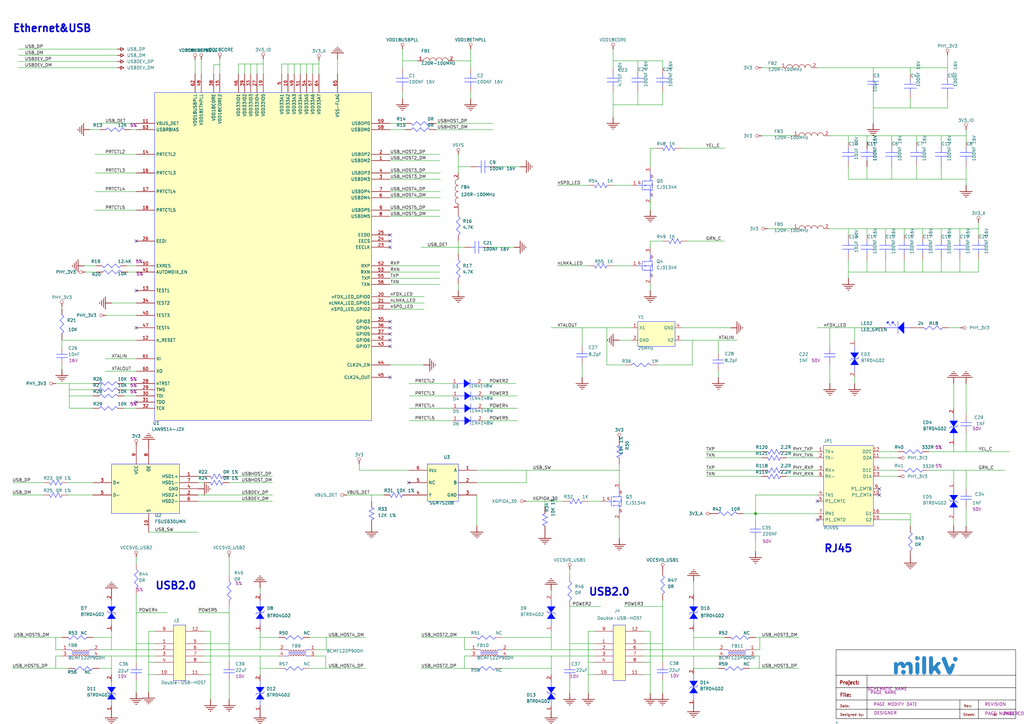
<source format=kicad_sch>
(kicad_sch (version 20250114) (generator "eeschema") (generator_version "9.0")
  (paper "User" 419.989 297.002)
  (title_block (rev "1.1"))
  (text "USB2.0" (at 241.3 244.6782 0) (effects (font (size 3.048 3.048) (thickness 0.6096) (bold yes)) (justify left bottom)))
  (text "RJ45" (at 337.82 226.8982 0) (effects (font (size 3.048 3.048) (thickness 0.6096) (bold yes)) (justify left bottom)))
  (text "USB2.0" (at 63.5 242.1382 0) (effects (font (size 3.048 3.048) (thickness 0.6096) (bold yes)) (justify left bottom)))
  (text "Ethernet&USB" (at 5.08 13.5382 0) (effects (font (size 3.048 3.048) (thickness 0.6096) (bold yes)) (justify left bottom)))
  (junction (at 309.88 210.6422))
  (no_connect (at 335.28 205.5622))
  (no_connect (at 55.88 134.4422))
  (no_connect (at 160.02 101.4222))
  (no_connect (at 360.68 200.4822))
  (no_connect (at 55.88 119.2022))
  (no_connect (at 160.02 96.3422))
  (no_connect (at 55.88 164.9222))
  (no_connect (at 55.88 98.8822))
  (no_connect (at 160.02 154.7622))
  (no_connect (at 160.02 136.9822))
  (no_connect (at 160.02 98.8822))
  (no_connect (at 335.28 213.1822))
  (no_connect (at 167.64 197.9422))
  (no_connect (at 160.02 139.5222))
  (no_connect (at 160.02 142.0622))
  (no_connect (at 160.02 131.9022))
  (no_connect (at 360.68 203.0222))
  (no_connect (at 160.02 134.4422))
  (wire (pts (xy 335.28 203.0222) (xy 309.88 203.0222)))
  (wire (pts (xy 212.344 167.4622) (xy 198.12 167.4622)))
  (wire (pts (xy 378.46 93.8022) (xy 378.46 96.3422)))
  (wire (pts (xy 63.5 271.6022) (xy 60.96 271.6022)))
  (wire (pts (xy 365.76 58.2422) (xy 365.76 55.7022)))
  (wire (pts (xy 40.64 274.1422) (xy 45.72 274.1422)))
  (wire (pts (xy 311.658 261.4422) (xy 309.88 261.4422)))
  (wire (pts (xy 45.72 274.1422) (xy 45.72 269.0622)))
  (wire (pts (xy 238.76 142.0622) (xy 238.76 134.4422)))
  (wire (pts (xy 173.99 126.8222) (xy 160.02 126.8222)))
  (wire (pts (xy 38.1 197.9422) (xy 27.94 197.9422)))
  (wire (pts (xy 396.24 73.4822) (xy 396.24 68.4022)))
  (wire (pts (xy 309.88 210.6422) (xy 309.88 213.9442)))
  (wire (pts (xy 261.62 37.9222) (xy 261.62 43.0022)))
  (wire (pts (xy 55.88 86.1822) (xy 38.862 86.1822)))
  (wire (pts (xy 55.88 159.8422) (xy 50.8 159.8422)))
  (wire (pts (xy 114.3 269.0622) (xy 106.68 269.0622)))
  (wire (pts (xy 48.26 20.1422) (xy 7.62 20.1422)))
  (wire (pts (xy 205.74 274.1422) (xy 226.06 274.1422)))
  (wire (pts (xy 111.76 195.4022) (xy 93.98 195.4022)))
  (wire (pts (xy 241.3 258.9022) (xy 241.3 271.6022)))
  (wire (pts (xy 185.42 167.4622) (xy 167.894 167.4622)))
  (wire (pts (xy 105.41 26.2382) (xy 102.87 26.2382)))
  (wire (pts (xy 294.64 266.5222) (xy 284.48 266.5222)))
  (wire (pts (xy 87.63 30.3022) (xy 87.63 26.4922)))
  (wire (pts (xy 212.344 172.5422) (xy 198.12 172.5422)))
  (wire (pts (xy 166.116 50.6222) (xy 160.02 50.6222)))
  (wire (pts (xy 111.76 205.5622) (xy 81.28 205.5622)))
  (wire (pts (xy 312.42 187.7822) (xy 289.56 187.7822)))
  (wire (pts (xy 271.78 24.9682) (xy 261.62 24.9682)))
  (wire (pts (xy 93.98 286.8422) (xy 93.98 279.2222)))
  (wire (pts (xy 226.06 243.6622) (xy 226.06 242.1382)))
  (wire (pts (xy 180.34 86.1822) (xy 160.02 86.1822)))
  (wire (pts (xy 233.68 263.9822) (xy 243.84 263.9822)))
  (wire (pts (xy 83.82 266.5222) (xy 114.3 266.5222)))
  (wire (pts (xy 17.78 203.0222) (xy 5.08 203.0222)))
  (wire (pts (xy 28.448 162.3822) (xy 28.448 159.8422)))
  (wire (pts (xy 106.68 261.4422) (xy 106.68 266.5222)))
  (wire (pts (xy 396.24 185.2422) (xy 391.16 185.2422)))
  (wire (pts (xy 120.65 30.3022) (xy 120.65 26.2382)))
  (wire (pts (xy 381 192.8622) (xy 396.24 192.8622)))
  (wire (pts (xy 378.46 111.5822) (xy 386.08 111.5822)))
  (wire (pts (xy 297.18 98.8822) (xy 281.94 98.8822)))
  (wire (pts (xy 130.81 30.3022) (xy 130.81 26.2382)))
  (wire (pts (xy 350.52 134.4422) (xy 335.28 134.4422)))
  (wire (pts (xy 386.08 68.4022) (xy 386.08 73.4822)))
  (wire (pts (xy 5.08 274.1422) (xy 22.86 274.1422)))
  (wire (pts (xy 391.16 185.2422) (xy 391.16 182.7022)))
  (wire (pts (xy 83.82 271.6022) (xy 86.36 271.6022)))
  (wire (pts (xy 376.428 134.4422) (xy 375.92 134.4422)))
  (wire (pts (xy 251.46 27.7622) (xy 251.46 20.1422)))
  (wire (pts (xy 271.78 263.9822) (xy 271.78 271.6022)))
  (wire (pts (xy 396.24 55.7022) (xy 386.08 55.7022)))
  (wire (pts (xy 388.62 30.3022) (xy 388.62 27.7622)))
  (wire (pts (xy 133.604 269.0622) (xy 129.54 269.0622)))
  (wire (pts (xy 118.11 26.2382) (xy 118.11 30.3022)))
  (wire (pts (xy 185.166 157.3022) (xy 167.64 157.3022)))
  (wire (pts (xy 294.64 144.6022) (xy 294.64 139.5222)))
  (wire (pts (xy 259.08 76.0222) (xy 251.46 76.0222)))
  (wire (pts (xy 360.68 213.1822) (xy 373.38 213.1822)))
  (wire (pts (xy 97.79 26.2382) (xy 100.33 26.2382)))
  (wire (pts (xy 388.62 44.2722) (xy 373.38 44.2722)))
  (wire (pts (xy 246.38 248.7422) (xy 233.68 248.7422)))
  (wire (pts (xy 284.48 243.6622) (xy 284.48 238.5822)))
  (wire (pts (xy 60.96 258.9022) (xy 60.96 271.6022)))
  (wire (pts (xy 271.78 37.9222) (xy 271.78 43.0022)))
  (wire (pts (xy 251.46 43.0022) (xy 251.46 37.9222)))
  (wire (pts (xy 335.28 185.2422) (xy 322.58 185.2422)))
  (wire (pts (xy 386.08 55.7022) (xy 375.92 55.7022)))
  (wire (pts (xy 187.96 119.2022) (xy 187.96 116.6622)))
  (wire (pts (xy 106.68 261.4422) (xy 106.68 258.9022)))
  (wire (pts (xy 266.7 276.6822) (xy 264.16 276.6822)))
  (wire (pts (xy 45.72 266.5222) (xy 63.5 266.5222)))
  (wire (pts (xy 190.5 261.4422) (xy 193.04 261.4422)))
  (wire (pts (xy 393.7 93.8022) (xy 401.32 93.8022)))
  (wire (pts (xy 190.5 266.5222) (xy 190.5 261.4422)))
  (wire (pts (xy 355.6 111.5822) (xy 355.6 106.5022)))
  (wire (pts (xy 48.26 22.6822) (xy 7.62 22.6822)))
  (wire (pts (xy 55.88 230.9622) (xy 55.88 228.4222)))
  (wire (pts (xy 370.84 111.5822) (xy 378.46 111.5822)))
  (wire (pts (xy 311.658 266.5222) (xy 309.88 266.5222)))
  (wire (pts (xy 226.06 261.4422) (xy 226.06 266.5222)))
  (wire (pts (xy 180.594 70.9422) (xy 160.02 70.9422)))
  (wire (pts (xy 111.76 197.9422) (xy 93.98 197.9422)))
  (wire (pts (xy 340.36 93.8022) (xy 355.6 93.8022)))
  (wire (pts (xy 138.43 30.3022) (xy 138.43 24.2062)))
  (wire (pts (xy 412.242 192.8622) (xy 396.24 192.8622)))
  (wire (pts (xy 107.95 26.2382) (xy 107.95 24.2062)))
  (wire (pts (xy 347.98 114.1222) (xy 347.98 106.5022)))
  (wire (pts (xy 190.5 101.4222) (xy 187.96 101.4222)))
  (wire (pts (xy 391.16 213.1822) (xy 391.16 215.7222)))
  (wire (pts (xy 190.5 261.4422) (xy 172.72 261.4422)))
  (wire (pts (xy 178.816 53.1622) (xy 202.184 53.1622)))
  (wire (pts (xy 266.7 258.9022) (xy 264.16 258.9022)))
  (wire (pts (xy 187.96 70.9422) (xy 187.96 63.3222)))
  (wire (pts (xy 271.78 43.0022) (xy 261.62 43.0022)))
  (wire (pts (xy 233.68 271.6022) (xy 233.68 263.9822)))
  (wire (pts (xy 365.76 68.4022) (xy 365.76 73.4822)))
  (wire (pts (xy 355.6 93.8022) (xy 355.6 96.3422)))
  (wire (pts (xy 243.84 269.0622) (xy 226.06 269.0622)))
  (wire (pts (xy 55.88 63.3222) (xy 38.862 63.3222)))
  (wire (pts (xy 241.3 271.6022) (xy 243.84 271.6022)))
  (wire (pts (xy 55.88 167.4622) (xy 50.8 167.4622)))
  (wire (pts (xy 355.6 111.5822) (xy 347.98 111.5822)))
  (wire (pts (xy 115.57 30.3022) (xy 115.57 26.2382)))
  (wire (pts (xy 55.88 271.6022) (xy 55.88 263.9822)))
  (wire (pts (xy 373.38 44.2722) (xy 373.38 40.4622)))
  (wire (pts (xy 100.33 26.2382) (xy 100.33 30.3022)))
  (wire (pts (xy 55.88 53.1622) (xy 53.594 53.1622)))
  (wire (pts (xy 180.34 116.6622) (xy 160.02 116.6622)))
  (wire (pts (xy 83.82 195.4022) (xy 81.28 195.4022)))
  (wire (pts (xy 120.65 26.2382) (xy 118.11 26.2382)))
  (wire (pts (xy 302.26 139.5222) (xy 294.64 139.5222)))
  (wire (pts (xy 185.42 172.5422) (xy 167.894 172.5422)))
  (wire (pts (xy 25.4 151.4602) (xy 25.4 149.9362)))
  (wire (pts (xy 370.84 111.5822) (xy 370.84 106.5022)))
  (wire (pts (xy 347.98 73.4822) (xy 347.98 68.4022)))
  (wire (pts (xy 22.86 157.3022) (xy 38.1 157.3022)))
  (wire (pts (xy 40.64 266.5222) (xy 45.72 266.5222)))
  (wire (pts (xy 335.28 192.8622) (xy 322.58 192.8622)))
  (wire (pts (xy 186.436 24.9682) (xy 193.04 24.9682)))
  (wire (pts (xy 226.06 274.1422) (xy 226.06 269.0622)))
  (wire (pts (xy 82.55 30.3022) (xy 82.55 24.4602)))
  (wire (pts (xy 125.73 26.2382) (xy 128.27 26.2382)))
  (wire (pts (xy 373.38 213.1822) (xy 373.38 210.6422)))
  (wire (pts (xy 114.3 261.4422) (xy 106.68 261.4422)))
  (wire (pts (xy 193.04 40.4622) (xy 193.04 37.9222)))
  (wire (pts (xy 167.64 192.8622) (xy 147.32 192.8622)))
  (wire (pts (xy 86.36 258.9022) (xy 86.36 271.6022)))
  (wire (pts (xy 261.62 27.7622) (xy 261.62 24.9682)))
  (wire (pts (xy 386.08 111.5822) (xy 393.7 111.5822)))
  (wire (pts (xy 386.08 96.3422) (xy 386.08 93.8022)))
  (wire (pts (xy 365.76 73.4822) (xy 355.6 73.4822)))
  (wire (pts (xy 133.858 266.5222) (xy 129.54 266.5222)))
  (wire (pts (xy 259.08 134.4422) (xy 248.92 134.4422)))
  (wire (pts (xy 241.3 276.6822) (xy 241.3 284.3022)))
  (wire (pts (xy 86.36 276.6822) (xy 86.36 286.8422)))
  (wire (pts (xy 347.98 96.3422) (xy 347.98 93.8022)))
  (wire (pts (xy 393.7 111.5822) (xy 393.7 106.5022)))
  (wire (pts (xy 368.3 187.7822) (xy 360.68 187.7822)))
  (wire (pts (xy 370.84 93.8022) (xy 378.46 93.8022)))
  (wire (pts (xy 106.68 274.1422) (xy 114.3 274.1422)))
  (wire (pts (xy 401.32 93.8022) (xy 401.32 91.2622)))
  (wire (pts (xy 325.12 93.8022) (xy 314.96 93.8022)))
  (wire (pts (xy 215.9 192.8622) (xy 215.9 197.9422)))
  (wire (pts (xy 312.42 185.2422) (xy 289.56 185.2422)))
  (wire (pts (xy 55.88 129.3622) (xy 43.434 129.3622)))
  (wire (pts (xy 83.82 197.9422) (xy 81.28 197.9422)))
  (wire (pts (xy 271.78 98.8822) (xy 266.7 98.8822)))
  (wire (pts (xy 180.34 63.3222) (xy 160.02 63.3222)))
  (wire (pts (xy 312.42 192.8622) (xy 289.56 192.8622)))
  (wire (pts (xy 386.08 73.4822) (xy 375.92 73.4822)))
  (wire (pts (xy 363.22 93.8022) (xy 370.84 93.8022)))
  (wire (pts (xy 187.96 101.4222) (xy 172.72 101.4222)))
  (wire (pts (xy 22.86 261.4422) (xy 22.86 266.5222)))
  (wire (pts (xy 327.66 261.4422) (xy 311.658 261.4422)))
  (wire (pts (xy 187.96 103.9622) (xy 187.96 101.4222)))
  (wire (pts (xy 60.96 276.6822) (xy 63.5 276.6822)))
  (wire (pts (xy 149.86 261.4422) (xy 133.858 261.4422)))
  (wire (pts (xy 414.02 185.2422) (xy 396.24 185.2422)))
  (wire (pts (xy 266.7 271.6022) (xy 264.16 271.6022)))
  (wire (pts (xy 259.08 109.0422) (xy 251.46 109.0422)))
  (wire (pts (xy 55.88 263.9822) (xy 55.88 243.6622)))
  (wire (pts (xy 233.68 236.0422) (xy 233.68 233.5022)))
  (wire (pts (xy 396.24 76.0222) (xy 396.24 73.4822)))
  (wire (pts (xy 261.62 43.0022) (xy 251.46 43.0022)))
  (wire (pts (xy 45.72 276.6822) (xy 45.72 274.1422)))
  (wire (pts (xy 271.78 248.7422) (xy 271.78 246.2022)))
  (wire (pts (xy 87.63 26.4922) (xy 90.17 26.4922)))
  (wire (pts (xy 284.48 266.5222) (xy 264.16 266.5222)))
  (wire (pts (xy 90.17 26.4922) (xy 90.17 24.2062)))
  (wire (pts (xy 396.24 215.7222) (xy 396.24 208.1022)))
  (wire (pts (xy 180.594 73.4822) (xy 160.02 73.4822)))
  (wire (pts (xy 401.32 111.5822) (xy 401.32 106.5022)))
  (wire (pts (xy 195.58 215.7222) (xy 195.58 203.0222)))
  (wire (pts (xy 241.3 109.0422) (xy 228.6 109.0422)))
  (wire (pts (xy 28.448 159.8422) (xy 28.448 157.3022)))
  (wire (pts (xy 266.7 68.4022) (xy 266.7 60.7822)))
  (wire (pts (xy 340.36 157.3022) (xy 340.36 149.6822)))
  (wire (pts (xy 166.116 53.1622) (xy 160.02 53.1622)))
  (wire (pts (xy 93.98 263.9822) (xy 93.98 248.7422)))
  (wire (pts (xy 180.594 78.5622) (xy 160.02 78.5622)))
  (wire (pts (xy 378.46 111.5822) (xy 378.46 106.5022)))
  (wire (pts (xy 396.24 170.0022) (xy 396.24 157.3022)))
  (wire (pts (xy 233.68 248.7422) (xy 233.68 263.9822)))
  (wire (pts (xy 355.6 73.4822) (xy 347.98 73.4822)))
  (wire (pts (xy 22.86 274.1422) (xy 22.86 269.0622)))
  (wire (pts (xy 386.08 93.8022) (xy 378.46 93.8022)))
  (wire (pts (xy 38.1 159.8422) (xy 28.448 159.8422)))
  (wire (pts (xy 55.88 111.5822) (xy 52.324 111.5822)))
  (wire (pts (xy 22.86 266.5222) (xy 25.4 266.5222)))
  (wire (pts (xy 22.86 261.4422) (xy 25.4 261.4422)))
  (wire (pts (xy 259.08 139.5222) (xy 254 139.5222)))
  (wire (pts (xy 187.96 101.4222) (xy 187.96 98.8822)))
  (wire (pts (xy 396.24 53.1622) (xy 396.24 55.7022)))
  (wire (pts (xy 55.88 157.3022) (xy 50.8 157.3022)))
  (wire (pts (xy 246.38 205.5622) (xy 241.3 205.5622)))
  (wire (pts (xy 55.88 147.1422) (xy 43.18 147.1422)))
  (wire (pts (xy 173.736 149.6822) (xy 160.02 149.6822)))
  (wire (pts (xy 311.404 274.1422) (xy 311.404 269.0622)))
  (wire (pts (xy 38.1 167.4622) (xy 28.448 167.4622)))
  (wire (pts (xy 93.98 251.2822) (xy 81.28 251.2822)))
  (wire (pts (xy 266.7 98.8822) (xy 266.7 101.4222)))
  (wire (pts (xy 193.04 68.4022) (xy 187.96 68.4022)))
  (wire (pts (xy 266.7 284.3022) (xy 266.7 258.9022)))
  (wire (pts (xy 178.816 50.6222) (xy 202.184 50.6222)))
  (wire (pts (xy 363.22 96.3422) (xy 363.22 93.8022)))
  (wire (pts (xy 86.36 276.6822) (xy 83.82 276.6822)))
  (wire (pts (xy 102.87 26.2382) (xy 100.33 26.2382)))
  (wire (pts (xy 111.76 203.0222) (xy 81.28 203.0222)))
  (wire (pts (xy 28.448 167.4622) (xy 28.448 162.3822)))
  (wire (pts (xy 55.88 162.3822) (xy 50.8 162.3822)))
  (wire (pts (xy 294.64 274.1422) (xy 284.48 274.1422)))
  (wire (pts (xy 256.032 248.7422) (xy 271.78 248.7422)))
  (wire (pts (xy 396.24 73.4822) (xy 386.08 73.4822)))
  (wire (pts (xy 284.48 258.9022) (xy 284.48 261.4422)))
  (wire (pts (xy 271.78 284.3022) (xy 271.78 279.2222)))
  (wire (pts (xy 311.404 269.0622) (xy 309.88 269.0622)))
  (wire (pts (xy 363.22 93.8022) (xy 355.6 93.8022)))
  (wire (pts (xy 125.73 30.3022) (xy 125.73 26.2382)))
  (wire (pts (xy 309.88 210.6422) (xy 304.8 210.6422)))
  (wire (pts (xy 133.858 261.4422) (xy 133.858 266.5222)))
  (wire (pts (xy 241.3 76.0222) (xy 228.6 76.0222)))
  (wire (pts (xy 393.7 111.5822) (xy 401.32 111.5822)))
  (wire (pts (xy 358.14 44.2722) (xy 358.14 37.9222)))
  (wire (pts (xy 386.08 111.5822) (xy 386.08 106.5022)))
  (wire (pts (xy 368.3 185.2422) (xy 360.68 185.2422)))
  (wire (pts (xy 97.79 30.3022) (xy 97.79 26.2382)))
  (wire (pts (xy 283.972 139.5222) (xy 279.4 139.5222)))
  (wire (pts (xy 363.22 111.5822) (xy 370.84 111.5822)))
  (wire (pts (xy 386.08 58.2422) (xy 386.08 55.7022)))
  (wire (pts (xy 248.92 149.6822) (xy 248.92 134.4422)))
  (wire (pts (xy 86.36 271.6022) (xy 86.36 276.6822)))
  (wire (pts (xy 391.16 185.2422) (xy 381 185.2422)))
  (wire (pts (xy 226.06 266.5222) (xy 208.28 266.5222)))
  (wire (pts (xy 152.4 205.5622) (xy 152.4 203.0222)))
  (wire (pts (xy 393.7 134.4422) (xy 389.128 134.4422)))
  (wire (pts (xy 373.38 213.1822) (xy 373.38 215.7222)))
  (wire (pts (xy 347.98 58.2422) (xy 347.98 55.7022)))
  (wire (pts (xy 115.57 26.2382) (xy 118.11 26.2382)))
  (wire (pts (xy 375.92 68.4022) (xy 375.92 73.4822)))
  (wire (pts (xy 256.54 149.6822) (xy 248.92 149.6822)))
  (wire (pts (xy 55.88 109.0422) (xy 52.07 109.0422)))
  (wire (pts (xy 283.972 149.6822) (xy 269.24 149.6822)))
  (wire (pts (xy 193.04 27.7622) (xy 193.04 24.9682)))
  (wire (pts (xy 254 220.8022) (xy 254 213.1822)))
  (wire (pts (xy 39.37 109.0422) (xy 34.544 109.0422)))
  (wire (pts (xy 25.4 126.5682) (xy 25.4 125.8062)))
  (wire (pts (xy 373.38 44.2722) (xy 358.14 44.2722)))
  (wire (pts (xy 171.196 24.9682) (xy 165.1 24.9682)))
  (wire (pts (xy 355.6 55.7022) (xy 355.6 58.2422)))
  (wire (pts (xy 350.52 139.5222) (xy 350.52 134.4422)))
  (wire (pts (xy 39.624 111.5822) (xy 35.052 111.5822)))
  (wire (pts (xy 284.48 274.1422) (xy 284.48 269.0622)))
  (wire (pts (xy 55.88 284.0482) (xy 55.88 279.2222)))
  (wire (pts (xy 297.18 60.7822) (xy 279.4 60.7822)))
  (wire (pts (xy 93.98 236.0422) (xy 93.98 228.4222)))
  (wire (pts (xy 284.48 261.4422) (xy 297.18 261.4422)))
  (wire (pts (xy 320.04 27.7622) (xy 312.42 27.7622)))
  (wire (pts (xy 180.34 111.5822) (xy 160.02 111.5822)))
  (wire (pts (xy 368.3 195.4022) (xy 360.68 195.4022)))
  (wire (pts (xy 38.1 261.4422) (xy 45.72 261.4422)))
  (wire (pts (xy 173.99 124.2822) (xy 160.02 124.2822)))
  (wire (pts (xy 355.6 73.4822) (xy 355.6 68.4022)))
  (wire (pts (xy 180.34 109.0422) (xy 160.02 109.0422)))
  (wire (pts (xy 233.68 284.3022) (xy 233.68 279.2222)))
  (wire (pts (xy 68.58 251.2822) (xy 55.88 251.2822)))
  (wire (pts (xy 261.62 24.9682) (xy 251.46 24.9682)))
  (wire (pts (xy 211.582 157.3022) (xy 197.866 157.3022)))
  (wire (pts (xy 365.76 55.7022) (xy 355.6 55.7022)))
  (wire (pts (xy 311.404 274.1422) (xy 307.34 274.1422)))
  (wire (pts (xy 83.82 263.9822) (xy 93.98 263.9822)))
  (wire (pts (xy 190.5 274.1422) (xy 190.5 269.0622)))
  (wire (pts (xy 107.95 30.3022) (xy 107.95 26.2382)))
  (wire (pts (xy 309.88 203.0222) (xy 309.88 210.6422)))
  (wire (pts (xy 325.12 55.7022) (xy 312.42 55.7022)))
  (wire (pts (xy 90.17 30.3022) (xy 90.17 26.4922)))
  (wire (pts (xy 391.16 167.4622) (xy 391.16 157.3022)))
  (wire (pts (xy 358.14 30.3022) (xy 358.14 27.7622)))
  (wire (pts (xy 294.64 154.7622) (xy 294.64 152.2222)))
  (wire (pts (xy 63.5 263.9822) (xy 55.88 263.9822)))
  (wire (pts (xy 173.99 121.7422) (xy 160.02 121.7422)))
  (wire (pts (xy 248.92 134.4422) (xy 238.76 134.4422)))
  (wire (pts (xy 294.64 269.0622) (xy 284.48 269.0622)))
  (wire (pts (xy 243.84 276.6822) (xy 241.3 276.6822)))
  (wire (pts (xy 335.28 195.4022) (xy 322.58 195.4022)))
  (wire (pts (xy 180.34 65.8622) (xy 160.02 65.8622)))
  (wire (pts (xy 120.65 26.2382) (xy 123.19 26.2382)))
  (wire (pts (xy 48.26 25.2222) (xy 7.62 25.2222)))
  (wire (pts (xy 264.16 263.9822) (xy 271.78 263.9822)))
  (wire (pts (xy 223.52 208.1022) (xy 223.52 205.5622)))
  (wire (pts (xy 358.14 44.2722) (xy 358.14 50.6222)))
  (wire (pts (xy 55.88 139.5222) (xy 25.4 139.5222)))
  (wire (pts (xy 55.88 78.5622) (xy 39.116 78.5622)))
  (wire (pts (xy 55.88 70.9422) (xy 39.116 70.9422)))
  (wire (pts (xy 180.594 81.1022) (xy 160.02 81.1022)))
  (wire (pts (xy 393.7 96.3422) (xy 393.7 93.8022)))
  (wire (pts (xy 396.24 177.6222) (xy 396.24 185.2422)))
  (wire (pts (xy 266.7 86.1822) (xy 266.7 81.1022)))
  (wire (pts (xy 284.48 261.4422) (xy 284.48 266.5222)))
  (wire (pts (xy 386.08 93.8022) (xy 393.7 93.8022)))
  (wire (pts (xy 299.72 134.4422) (xy 279.4 134.4422)))
  (wire (pts (xy 165.1 40.4622) (xy 165.1 37.9222)))
  (wire (pts (xy 55.88 124.2822) (xy 45.72 124.2822)))
  (wire (pts (xy 375.92 55.7022) (xy 365.76 55.7022)))
  (wire (pts (xy 130.81 26.2382) (xy 130.81 24.7142)))
  (wire (pts (xy 363.22 111.5822) (xy 355.6 111.5822)))
  (wire (pts (xy 38.1 162.3822) (xy 28.448 162.3822)))
  (wire (pts (xy 185.42 162.3822) (xy 167.894 162.3822)))
  (wire (pts (xy 388.62 40.4622) (xy 388.62 44.2722)))
  (wire (pts (xy 22.86 274.1422) (xy 27.94 274.1422)))
  (wire (pts (xy 215.9 205.5622) (xy 231.14 205.5622)))
  (wire (pts (xy 226.06 258.9022) (xy 226.06 261.4422)))
  (wire (pts (xy 195.58 192.8622) (xy 254 192.8622)))
  (wire (pts (xy 22.86 269.0622) (xy 25.4 269.0622)))
  (wire (pts (xy 271.78 27.7622) (xy 271.78 24.9682)))
  (wire (pts (xy 311.658 261.4422) (xy 311.658 266.5222)))
  (wire (pts (xy 40.894 53.1622) (xy 36.83 53.1622)))
  (wire (pts (xy 123.19 30.3022) (xy 123.19 26.2382)))
  (wire (pts (xy 55.88 50.6222) (xy 39.878 50.6222)))
  (wire (pts (xy 309.88 226.1362) (xy 309.88 221.5642)))
  (wire (pts (xy 193.04 24.9682) (xy 193.04 20.1422)))
  (wire (pts (xy 335.28 187.7822) (xy 322.58 187.7822)))
  (wire (pts (xy 396.24 192.8622) (xy 396.24 200.4822)))
  (wire (pts (xy 193.04 266.5222) (xy 190.5 266.5222)))
  (wire (pts (xy 335.28 210.6422) (xy 309.88 210.6422)))
  (wire (pts (xy 128.27 30.3022) (xy 128.27 26.2382)))
  (wire (pts (xy 106.68 276.6822) (xy 106.68 274.1422)))
  (wire (pts (xy 254 197.9422) (xy 254 192.8622)))
  (wire (pts (xy 106.68 269.0622) (xy 83.82 269.0622)))
  (wire (pts (xy 165.1 27.7622) (xy 165.1 20.1422)))
  (wire (pts (xy 105.41 30.3022) (xy 105.41 26.2382)))
  (wire (pts (xy 284.48 269.0622) (xy 264.16 269.0622)))
  (wire (pts (xy 226.06 269.0622) (xy 208.28 269.0622)))
  (wire (pts (xy 388.62 27.7622) (xy 388.62 22.6822)))
  (wire (pts (xy 368.3 192.8622) (xy 360.68 192.8622)))
  (wire (pts (xy 401.32 93.8022) (xy 401.32 96.3422)))
  (wire (pts (xy 80.01 30.3022) (xy 80.01 24.4602)))
  (wire (pts (xy 238.76 154.7622) (xy 238.76 149.6822)))
  (wire (pts (xy 60.96 276.6822) (xy 60.96 283.7942)))
  (wire (pts (xy 294.64 139.5222) (xy 283.972 139.5222)))
  (wire (pts (xy 106.68 274.1422) (xy 106.68 269.0622)))
  (wire (pts (xy 63.5 258.9022) (xy 60.96 258.9022)))
  (wire (pts (xy 48.26 27.7622) (xy 7.62 27.7622)))
  (wire (pts (xy 391.16 197.9422) (xy 391.16 192.8622)))
  (wire (pts (xy 147.32 192.8622) (xy 147.32 190.3222)))
  (wire (pts (xy 172.72 274.1422) (xy 193.04 274.1422)))
  (wire (pts (xy 373.38 27.7622) (xy 373.38 30.3022)))
  (wire (pts (xy 396.24 58.2422) (xy 396.24 55.7022)))
  (wire (pts (xy 243.84 258.9022) (xy 241.3 258.9022)))
  (wire (pts (xy 210.82 101.4222) (xy 200.66 101.4222)))
  (wire (pts (xy 83.82 258.9022) (xy 86.36 258.9022)))
  (wire (pts (xy 238.76 134.4422) (xy 226.06 134.4422)))
  (wire (pts (xy 388.62 27.7622) (xy 373.38 27.7622)))
  (wire (pts (xy 142.24 203.0222) (xy 157.48 203.0222)))
  (wire (pts (xy 38.1 203.0222) (xy 27.94 203.0222)))
  (wire (pts (xy 55.88 152.2222) (xy 43.18 152.2222)))
  (wire (pts (xy 251.46 43.0022) (xy 251.46 48.0822)))
  (wire (pts (xy 205.74 261.4422) (xy 226.06 261.4422)))
  (wire (pts (xy 327.66 274.1422) (xy 311.404 274.1422)))
  (wire (pts (xy 215.9 197.9422) (xy 195.58 197.9422)))
  (wire (pts (xy 335.28 27.7622) (xy 373.38 27.7622)))
  (wire (pts (xy 340.36 142.0622) (xy 340.36 134.4422)))
  (wire (pts (xy 81.28 218.2622) (xy 60.96 218.2622)))
  (wire (pts (xy 102.87 30.3022) (xy 102.87 26.2382)))
  (wire (pts (xy 107.95 26.2382) (xy 105.41 26.2382)))
  (wire (pts (xy 25.4 142.3162) (xy 25.4 139.2682)))
  (wire (pts (xy 45.72 261.4422) (xy 45.72 258.9022)))
  (wire (pts (xy 127 274.1422) (xy 149.86 274.1422)))
  (wire (pts (xy 123.19 26.2382) (xy 125.73 26.2382)))
  (wire (pts (xy 370.84 96.3422) (xy 370.84 93.8022)))
  (wire (pts (xy 133.858 261.4422) (xy 127 261.4422)))
  (wire (pts (xy 312.42 195.4022) (xy 289.56 195.4022)))
  (wire (pts (xy 350.52 157.3022) (xy 350.52 154.7622)))
  (wire (pts (xy 266.7 119.2022) (xy 266.7 116.6622)))
  (wire (pts (xy 190.5 269.0622) (xy 193.04 269.0622)))
  (wire (pts (xy 375.92 73.4822) (xy 365.76 73.4822)))
  (wire (pts (xy 128.27 26.2382) (xy 130.81 26.2382)))
  (wire (pts (xy 226.06 274.1422) (xy 226.06 276.6822)))
  (wire (pts (xy 212.09 162.3822) (xy 198.12 162.3822)))
  (wire (pts (xy 106.68 243.6622) (xy 106.68 241.1222)))
  (wire (pts (xy 5.588 261.4422) (xy 22.86 261.4422)))
  (wire (pts (xy 373.38 210.6422) (xy 360.68 210.6422)))
  (wire (pts (xy 45.72 261.4422) (xy 45.72 266.5222)))
  (wire (pts (xy 180.34 114.1222) (xy 160.02 114.1222)))
  (wire (pts (xy 241.3 276.6822) (xy 241.3 271.6022)))
  (wire (pts (xy 254 192.8622) (xy 254 190.3222)))
  (wire (pts (xy 213.36 68.4022) (xy 203.2 68.4022)))
  (wire (pts (xy 363.22 106.5022) (xy 363.22 111.5822)))
  (wire (pts (xy 271.78 263.9822) (xy 271.78 248.7422)))
  (wire (pts (xy 266.7 60.7822) (xy 269.24 60.7822)))
  (wire (pts (xy 283.972 139.5222) (xy 283.972 149.6822)))
  (wire (pts (xy 133.604 274.1422) (xy 133.604 269.0622)))
  (wire (pts (xy 360.68 134.4422) (xy 350.52 134.4422)))
  (wire (pts (xy 17.78 197.9422) (xy 5.08 197.9422)))
  (wire (pts (xy 60.96 271.6022) (xy 60.96 276.6822)))
  (wire (pts (xy 375.92 58.2422) (xy 375.92 55.7022)))
  (wire (pts (xy 243.84 266.5222) (xy 226.06 266.5222)))
  (wire (pts (xy 340.36 55.7022) (xy 355.6 55.7022)))
  (wire (pts (xy 180.34 88.7222) (xy 160.02 88.7222)))
  (wire (pts (xy 40.64 269.0622) (xy 63.5 269.0622)))
  (wire (pts (xy 93.98 271.6022) (xy 93.98 263.9822)))
  (image (at 379.73 272.8722) (scale 0.289394))
  (label "PRTCTL3" (at 43.18 70.9422 0))
  (label "PRTCTL5" (at 43.18 86.1822 0))
  (label "USB_HOST3_DM" (at 312.42 261.4422 0))
  (label "PHY_RXN" (at 325.12 195.4022 0))
  (label "XTALIN" (at 45.72 147.1422 0))
  (label "USB_HOST5_DP" (at 160.02 86.1822 0))
  (label "XTALOUT" (at 228.6 134.4422 0))
  (label "USB_HOST4_DP" (at 160.02 78.5622 0))
  (label "YEL_C" (at 401.32 185.2422 0))
  (label "PHY_RXP" (at 325.12 192.8622 0))
  (label "USB_DM" (at 10.16 22.6822 0))
  (label "RXP" (at 160.02 109.0422 0))
  (label "nSPD_LED" (at 160.02 126.8222 0))
  (label "POWER3" (at 200.66 162.3822 0))
  (label "USBDEV_DP" (at 10.16 25.2222 0))
  (label "PRTCTL4" (at 43.18 78.5622 0))
  (label "USB_HOST4_DM" (at 160.02 81.1022 0))
  (label "YEL_C" (at 289.56 60.7822 0))
  (label "USB_SW" (at 218.44 192.8622 0))
  (label "XTALIN" (at 294.64 139.5222 0))
  (label "USB_HOST2_DP" (at 160.02 63.3222 0))
  (label "USB_SW" (at 63.5 218.2622 0))
  (label "TXP" (at 160.02 114.1222 0))
  (label "USBDEV_DM" (at 99.06 205.5622 0))
  (label "PRTCTL4" (at 170.18 167.4622 0))
  (label "PRTCTL3" (at 170.18 162.3822 0))
  (label "nFDX_LED" (at 337.82 134.4422 0))
  (label "USB_HOST2_DM" (at 160.02 65.8622 0))
  (label "USBDEV_DM" (at 10.16 27.7622 0))
  (label "nLNKA_LED" (at 160.02 124.2822 0))
  (label "TXN" (at 289.56 195.4022 0))
  (label "nFDX_LED" (at 160.02 121.7422 0))
  (label "XGPIOA_30" (at 218.44 205.5622 0))
  (label "POWER2" (at 200.66 157.3022 0))
  (label "POWER5" (at 81.28 251.2822 0))
  (label "USB_DET" (at 43.18 50.6222 0))
  (label "USB_HOST3_DP" (at 312.42 274.1422 0))
  (label "VBUS_DET" (at 142.24 203.0222 0))
  (label "USB_DET" (at 175.26 101.4222 0))
  (label "USB_HOST5_DM" (at 160.02 88.7222 0))
  (label "PRTCTL2" (at 43.18 63.3222 0))
  (label "USB_HOST4_DP" (at 134.62 274.1422 0))
  (label "USBHOST_DM" (at 179.324 53.1622 0))
  (label "GRN_C" (at 401.32 192.8622 0))
  (label "XTALOUT" (at 45.72 152.2222 0))
  (label "USB_HOST5_DM" (at 5.588 261.4422 0))
  (label "PRTCTL5" (at 170.18 172.5422 0))
  (label "PRTCTL2" (at 170.18 157.3022 0))
  (label "POWER4" (at 200.66 167.4622 0))
  (label "PHY_TXN" (at 325.12 187.7822 0))
  (label "POWER4" (at 56.896 251.2822 0))
  (label "USBHOST_DP" (at 179.324 50.6222 0))
  (label "POWER2" (at 234.696 248.7422 0))
  (label "RXN" (at 160.02 111.5822 0))
  (label "USB_HOST3_DM" (at 160.02 73.4822 0))
  (label "USBDEV_DP" (at 99.06 203.0222 0))
  (label "USB_DM" (at 5.08 203.0222 0))
  (label "USB_HOST5_DP" (at 5.08 274.1422 0))
  (label "TXN" (at 289.56 187.7822 0))
  (label "nSPD_LED" (at 228.6 76.0222 0))
  (label "POWER3" (at 256.032 248.7422 0))
  (label "nLNKA_LED" (at 228.6 109.0422 0))
  (label "TXP" (at 289.56 192.8622 0))
  (label "USB_HOST2_DP" (at 172.72 274.1422 0))
  (label "POWER5" (at 200.66 172.5422 0))
  (label "TXN" (at 160.02 116.6622 0))
  (label "USBHOST_DP" (at 99.06 195.4022 0))
  (label "TXP" (at 289.56 185.2422 0))
  (label "USB_DP" (at 5.08 197.9422 0))
  (label "USB_HOST2_DM" (at 172.72 261.4422 0))
  (label "USB_HOST3_DP" (at 160.02 70.9422 0))
  (label "PHY_TXP" (at 325.12 185.2422 0))
  (label "USBHOST_DM" (at 99.06 197.9422 0))
  (label "USB_DP" (at 10.16 20.1422 0))
  (label "GRN_C" (at 289.56 98.8822 0))
  (label "USB_HOST4_DM" (at 134.62 261.4422 0))
  (symbol (lib_id "MN-Milk V -altium-import:GND_POWER_GROUND") (at 347.98 114.1222 0) (unit 1)
    (property "Reference" "#PWR?" (effects (hide yes)))
    (property "Value" "GND" (effects (hide yes)))
  )
  (symbol (lib_id "MN-Milk V -altium-import:root_0_mirrored_CAP NP_0_*") (at 398.78 203.0222 0) (unit 0)
    (property "Reference" "C34" (at 399.796 202.0062 0) (effects (justify left top)))
    (property "Value" "1NF" (at 398.78 205.5622 0) (effects (justify left top)))
    (property "Footprint" "C0402" (effects (hide yes)))
    (property "Description" "cap,100.00nF,+/-10%,16V,X5R,C0402" (effects (hide yes)))
    (property "VOLTAGE" "50V" (at 398.78 208.1022 0) (effects (justify left top)))
    (property "PCB FOOTPRINT" "C0402" (effects (hide yes)))
    (property "DIELECTRIC" "X5R" (effects (hide yes)))
    (property "PART REFERENCE" "C34" (effects (hide yes)))
    (property "ALTIUM_VALUE" "1NF" (effects (hide yes)))
    (property "PRIORITY" "A" (effects (hide yes)))
    (property "PART TYPE" "C0402" (effects (hide yes)))
    (property "TOLERANCE" "10%" (effects (hide yes)))
    (property "MANUFACTURER" "TDK" (effects (hide yes)))
    (property "MANUFACTURER PN" "C1005X5R1C104K050BA" (effects (hide yes)))
  )
  (symbol (lib_id "MN-Milk V -altium-import:root_0_RJ45_CON8_3_*") (at 337.82 182.7022 0) (unit 0)
    (property "Reference" "JP1" (at 337.82 180.1622 0) (effects (justify left top)))
    (property "Value" "RJ45S" (at 337.82 215.7222 0) (effects (justify left top)))
    (property "Footprint" "RJ45_CON8" (effects (hide yes)))
    (property "ALTIUM_VALUE" "RJ45S" (effects (hide yes)))
    (property "PART REFERENCE" "JP1" (effects (hide yes)))
    (property "PCB FOOTPRINT" "LPJ0011HENL" (effects (hide yes)))
  )
  (symbol (lib_id "MN-Milk V -altium-import:root_1_BEAD_*") (at 327.66 58.2422 0) (unit 0)
    (property "Reference" "FB3" (at 317.5 53.1622 0) (effects (justify left top)))
    (property "Value" "120R-100MHz" (at 317.5 55.7022 0) (effects (justify left top)))
    (property "Footprint" "R0603" (effects (hide yes)))
    (property "Description" "BEAD,120R@100MHz,current=2000mA,0603" (effects (hide yes)))
    (property "PCB FOOTPRINT" "R0603" (effects (hide yes)))
    (property "TOLERANCE" "25%" (effects (hide yes)))
    (property "PART REFERENCE" "FB3" (effects (hide yes)))
    (property "ALTIUM_VALUE" "120R-100MHz" (effects (hide yes)))
    (property "MANUFACTURER PN" "BLM18KG121TN1" (effects (hide yes)))
    (property "MANUFACTURER" "Murata" (effects (hide yes)))
    (property "PART TYPE" "BEAD" (effects (hide yes)))
    (property "PRIORITY" "L" (effects (hide yes)))
  )
  (symbol (lib_id "MN-Milk V -altium-import:GND_POWER_GROUND") (at 254 139.5222 270) (unit 1)
    (property "Reference" "#PWR?" (effects (hide yes)))
    (property "Value" "GND" (effects (hide yes)))
  )
  (symbol (lib_id "MN-Milk V -altium-import:root_1_BEAD_*") (at 327.66 96.3422 0) (unit 0)
    (property "Reference" "FB5" (at 317.5 91.2622 0) (effects (justify left top)))
    (property "Value" "120R-100MHz" (at 317.5 93.8022 0) (effects (justify left top)))
    (property "Footprint" "R0603" (effects (hide yes)))
    (property "Description" "BEAD,120R@100MHz,current=2000mA,0603" (effects (hide yes)))
    (property "PCB FOOTPRINT" "R0603" (effects (hide yes)))
    (property "TOLERANCE" "25%" (effects (hide yes)))
    (property "PART REFERENCE" "FB5" (effects (hide yes)))
    (property "ALTIUM_VALUE" "120R-100MHz" (effects (hide yes)))
    (property "PRIORITY" "L" (effects (hide yes)))
    (property "PART TYPE" "BEAD" (effects (hide yes)))
    (property "MANUFACTURER" "Murata" (effects (hide yes)))
    (property "MANUFACTURER PN" "BLM18KG121TN1" (effects (hide yes)))
  )
  (symbol (lib_id "MN-Milk V -altium-import:PHY_3V3_CIRCLE") (at 368.3 187.7822 90) (unit 1)
    (property "Reference" "#PWR?" (effects (hide yes)))
    (property "Value" "PHY_3V3" (at 372.11 187.7822 90) (effects (justify right)))
  )
  (symbol (lib_id "MN-Milk V -altium-import:VBUS_DET_CIRCLE") (at 142.24 203.0222 270) (unit 1)
    (property "Reference" "#PWR?" (effects (hide yes)))
    (property "Value" "VBUS_DET" (at 138.43 203.0222 90) (effects (justify right)))
  )
  (symbol (lib_id "MN-Milk V -altium-import:root_2_mirrored_R-PACK4_0_*") (at 195.58 269.0622 0) (unit 0)
    (property "Reference" "FB10" (at 195.58 263.9822 0) (effects (justify left top)))
    (property "Value" "BCMF122P900H" (at 195.58 269.0622 0) (effects (justify left top)))
    (property "Footprint" "RP2_0405" (effects (hide yes)))
    (property "ALTIUM_VALUE" "BCMF122P900H" (effects (hide yes)))
    (property "PCB FOOTPRINT" "RP2_0405" (effects (hide yes)))
    (property "PART REFERENCE" "FB10" (effects (hide yes)))
  )
  (symbol (lib_id "MN-Milk V -altium-import:GND_POWER_GROUND") (at 45.72 124.2822 270) (unit 1)
    (property "Reference" "#PWR?" (effects (hide yes)))
    (property "Value" "GND" (effects (hide yes)))
  )
  (symbol (lib_id "MN-Milk V -altium-import:root_2_R-PACK4_0_*") (at 127 269.0622 0) (unit 0)
    (property "Reference" "FB9" (at 119.634 264.2362 0) (effects (justify left top)))
    (property "Value" "BCMF122P900H" (at 133.858 266.2682 0) (effects (justify left top)))
    (property "Footprint" "RP2_0405" (effects (hide yes)))
    (property "ALTIUM_VALUE" "BCMF122P900H" (effects (hide yes)))
    (property "PCB FOOTPRINT" "RP2_0405" (effects (hide yes)))
    (property "PART REFERENCE" "FB9" (effects (hide yes)))
  )
  (symbol (lib_id "MN-Milk V -altium-import:VSYS_CIRCLE") (at 187.96 63.3222 180) (unit 1)
    (property "Reference" "#PWR?" (effects (hide yes)))
    (property "Value" "VSYS" (at 187.96 59.5122 0))
  )
  (symbol (lib_id "MN-Milk V -altium-import:root_2_R_*") (at 25.4 200.4822 0) (unit 0)
    (property "Reference" "R23" (at 17.78 195.4022 0) (effects (justify left top)))
    (property "Value" "0R 1%" (at 22.86 195.4022 0) (effects (justify left top)))
    (property "Footprint" "R0201" (effects (hide yes)))
    (property "Description" "ÌùÆ¬ µç×è 0201 10K¦¸ ¡À1£¥" (effects (hide yes)))
    (property "LEVEL" "STD" (effects (hide yes)))
    (property "PKG_TYPE" "2" (effects (hide yes)))
    (property "PARTS" "1" (effects (hide yes)))
    (property "PINSWAP" "(A,B)" (effects (hide yes)))
    (property "ORIGINALSYMBOLORIGIN" "(10,20)" (effects (hide yes)))
    (property "ALTIUM_VALUE" "0R 1%" (effects (hide yes)))
    (property "PART REFERENCE" "R23" (effects (hide yes)))
    (property "PCB FOOTPRINT" "R0201" (effects (hide yes)))
    (property "PART NUMBER" "811020103002" (effects (hide yes)))
    (property "PART TYPE" "Part\\µç×ÓÎïÁÏ\\µç×è\\ÌùÆ¬µç×è" (effects (hide yes)))
  )
  (symbol (lib_id "MN-Milk V -altium-import:root_0_C_*") (at 363.22 60.7822 0) (unit 0)
    (property "Reference" "C6" (at 365.76 58.2422 0) (effects (justify left top)))
    (property "Value" "100NF 16V" (at 368.3 60.7822 90) (effects (justify top)))
    (property "Footprint" "C0402" (effects (hide yes)))
    (property "Description" "SMD  0402  100NF  16V  X5R  ¡À10%  ROHS" (effects (hide yes)))
    (property "PINSWAP" "(A,B)" (effects (hide yes)))
    (property "LEVEL" "STD" (effects (hide yes)))
    (property "PKG_TYPE" "CAP2-100-250" (effects (hide yes)))
    (property "PARTS" "1" (effects (hide yes)))
    (property "ORIGINALSYMBOLORIGIN" "(0,30)" (effects (hide yes)))
    (property "ALTIUM_VALUE" "100NF 16V" (effects (hide yes)))
    (property "PART REFERENCE" "C6" (effects (hide yes)))
    (property "PCB FOOTPRINT" "C0402" (effects (hide yes)))
    (property "PART TYPE" "ÌÕ´ÉµçÈÝ" (effects (hide yes)))
    (property "PART NUMBER" "A1C01.00045" (effects (hide yes)))
  )
  (symbol (lib_id "MN-Milk V -altium-import:root_1_mirrored_DIODE BI_DIR TRIG_*") (at 48.26 256.3622 0) (unit 0)
    (property "Reference" "D7" (at 33.02 248.7422 0) (effects (justify left top)))
    (property "Value" "BTR04G02" (at 33.02 251.2822 0) (effects (justify left top)))
    (property "Footprint" "ESD_0402" (effects (hide yes)))
    (property "Description" "1-Line, Bi-directional, Transient Voltage Suppressors.17.5pF." (effects (hide yes)))
    (property "PCB FOOTPRINT" "ESD_0402" (effects (hide yes)))
    (property "PART REFERENCE" "D7" (effects (hide yes)))
    (property "ALTIUM_VALUE" "BTR04G02" (effects (hide yes)))
    (property "MANUFACTURER" "WillSemi(Î¤¶û°ëµ¼Ìå)" (effects (hide yes)))
    (property "PRIORITY" "A" (effects (hide yes)))
    (property "PART TYPE" "ESD_TVS" (effects (hide yes)))
    (property "MANUFACTURER PN" "ESD5451N" (effects (hide yes)))
  )
  (symbol (lib_id "MN-Milk V -altium-import:GND_POWER_GROUND") (at 238.76 154.7622 0) (unit 1)
    (property "Reference" "#PWR?" (effects (hide yes)))
    (property "Value" "GND" (effects (hide yes)))
  )
  (symbol (lib_id "MN-Milk V -altium-import:3V3_CIRCLE") (at 312.42 27.7622 270) (unit 1)
    (property "Reference" "#PWR?" (effects (hide yes)))
    (property "Value" "3V3" (at 308.61 27.7622 90) (effects (justify right)))
  )
  (symbol (lib_id "MN-Milk V -altium-import:root_0_MOSFET_NPN_*") (at 261.62 70.9422 0) (unit 0)
    (property "Reference" "Q5" (at 269.24 73.4822 0) (effects (justify left top)))
    (property "Value" "CJ3134K" (at 269.24 76.0222 0) (effects (justify left top)))
    (property "Footprint" "SOT_723" (effects (hide yes)))
    (property "Description" "ÌùÆ¬ NÐÍ MOSFET 2SK3018 30V 0.1A SOT323 ³¤µç" (effects (hide yes)))
    (property "PART REFERENCE" "Q5" (effects (hide yes)))
    (property "ALTIUM_VALUE" "CJ3134K" (effects (hide yes)))
    (property "PCB FOOTPRINT" "SOT_723" (effects (hide yes)))
    (property "PART TYPE" "Part\\µç×ÓÎïÁÏ\\¾§Ìå¹Ü\\MOS¹Ü" (effects (hide yes)))
    (property "PART NUMBER" "921210110011" (effects (hide yes)))
  )
  (symbol (lib_id "MN-Milk V -altium-import:root_0_mirrored_CAP NP_0_*") (at 27.94 144.8562 0) (unit 0)
    (property "Reference" "C26" (at 27.94 142.0622 0) (effects (justify left top)))
    (property "Value" "10nF" (at 27.94 144.6022 0) (effects (justify left top)))
    (property "Footprint" "C0402" (effects (hide yes)))
    (property "Description" "cap,100.00nF,+/-10%,16V,X5R,C0402" (effects (hide yes)))
    (property "VOLTAGE" "16V" (at 28.194 147.1422 0) (effects (justify left top)))
    (property "PCB FOOTPRINT" "C0402" (effects (hide yes)))
    (property "DIELECTRIC" "X5R" (effects (hide yes)))
    (property "PART REFERENCE" "C26" (effects (hide yes)))
    (property "ALTIUM_VALUE" "10nF" (effects (hide yes)))
    (property "PRIORITY" "A" (effects (hide yes)))
    (property "PART TYPE" "C0402" (effects (hide yes)))
    (property "TOLERANCE" "10%" (effects (hide yes)))
    (property "MANUFACTURER" "TDK" (effects (hide yes)))
    (property "MANUFACTURER PN" "C1005X5R1C104K050BA" (effects (hide yes)))
  )
  (symbol (lib_id "MN-Milk V -altium-import:GND_POWER_GROUND") (at 60.96 283.7942 0) (unit 1)
    (property "Reference" "#PWR?" (effects (hide yes)))
    (property "Value" "GND" (effects (hide yes)))
  )
  (symbol (lib_id "MN-Milk V -altium-import:VDD18CORE_CIRCLE") (at 251.46 20.1422 180) (unit 1)
    (property "Reference" "#PWR?" (effects (hide yes)))
    (property "Value" "VDD18CORE" (at 251.46 16.3322 0))
  )
  (symbol (lib_id "MN-Milk V -altium-import:GND_POWER_GROUND") (at 226.06 242.1382 180) (unit 1)
    (property "Reference" "#PWR?" (effects (hide yes)))
    (property "Value" "GND" (effects (hide yes)))
  )
  (symbol (lib_id "MN-Milk V -altium-import:GND_POWER_GROUND") (at 138.43 24.2062 180) (unit 1)
    (property "Reference" "#PWR?" (effects (hide yes)))
    (property "Value" "GND" (effects (hide yes)))
  )
  (symbol (lib_id "MN-Milk V -altium-import:GND_POWER_GROUND") (at 106.68 241.1222 180) (unit 1)
    (property "Reference" "#PWR?" (effects (hide yes)))
    (property "Value" "GND" (effects (hide yes)))
  )
  (symbol (lib_id "MN-Milk V -altium-import:PHY_3V3_CIRCLE") (at 43.434 129.3622 270) (unit 1)
    (property "Reference" "#PWR?" (effects (hide yes)))
    (property "Value" "PHY_3V3" (at 39.624 129.3622 90) (effects (justify right)))
  )
  (symbol (lib_id "MN-Milk V -altium-import:root_0_C_*") (at 353.06 60.7822 0) (unit 0)
    (property "Reference" "C11" (at 355.6 58.2422 0) (effects (justify left top)))
    (property "Value" "100NF 16V" (at 358.14 60.7822 90) (effects (justify top)))
    (property "Footprint" "C0402" (effects (hide yes)))
    (property "Description" "SMD  0402  100NF  16V  X5R  ¡À10%  ROHS" (effects (hide yes)))
    (property "PINSWAP" "(A,B)" (effects (hide yes)))
    (property "LEVEL" "STD" (effects (hide yes)))
    (property "PKG_TYPE" "CAP2-100-250" (effects (hide yes)))
    (property "PARTS" "1" (effects (hide yes)))
    (property "ORIGINALSYMBOLORIGIN" "(0,30)" (effects (hide yes)))
    (property "ALTIUM_VALUE" "100NF 16V" (effects (hide yes)))
    (property "PART REFERENCE" "C11" (effects (hide yes)))
    (property "PCB FOOTPRINT" "C0402" (effects (hide yes)))
    (property "PART NUMBER" "A1C01.00045" (effects (hide yes)))
    (property "PART TYPE" "ÌÕ´ÉµçÈÝ" (effects (hide yes)))
  )
  (symbol (lib_id "MN-Milk V -altium-import:GND_POWER_GROUND") (at 60.96 182.7022 180) (unit 1)
    (property "Reference" "#PWR?" (effects (hide yes)))
    (property "Value" "GND" (effects (hide yes)))
  )
  (symbol (lib_id "MN-Milk V -altium-import:root_3_RESISTOR_0_*") (at 35.56 258.9022 0) (unit 0)
    (property "Reference" "R53" (at 27.94 258.9022 0) (effects (justify left top)))
    (property "Value" "NC" (at 33.02 258.9022 0) (effects (justify left top)))
    (property "Footprint" "R0402" (effects (hide yes)))
    (property "Description" "Í¨ÓÃºñÄ¤µç×è,2R2,+/-5%,R0402,1/16W." (effects (hide yes)))
    (property "PCB FOOTPRINT" "R0402" (effects (hide yes)))
    (property "TOLERANCE" "5%" (effects (hide yes)))
    (property "PART REFERENCE" "R53" (effects (hide yes)))
    (property "ALTIUM_VALUE" "NC" (effects (hide yes)))
    (property "PRIORITY" "A" (effects (hide yes)))
    (property "PART TYPE" "Í¨ÓÃºñÄ¤µç×è" (effects (hide yes)))
    (property "WATTAGE" "1/16W" (effects (hide yes)))
    (property "MANUFACTURER" "YAGEO" (effects (hide yes)))
    (property "MANUFACTURER PN" "RC0402JR-072R2L" (effects (hide yes)))
  )
  (symbol (lib_id "MN-Milk V -altium-import:3V3_A_CIRCLE") (at 401.32 91.2622 180) (unit 1)
    (property "Reference" "#PWR?" (effects (hide yes)))
    (property "Value" "3V3_A" (at 401.32 87.4522 0))
  )
  (symbol (lib_id "MN-Milk V -altium-import:PHY_3V3_CIRCLE") (at 388.62 22.6822 180) (unit 1)
    (property "Reference" "#PWR?" (effects (hide yes)))
    (property "Value" "PHY_3V3" (at 388.62 18.8722 0))
  )
  (symbol (lib_id "MN-Milk V -altium-import:root_0_C_*") (at 391.16 98.8822 0) (unit 0)
    (property "Reference" "C19" (at 393.7 96.3422 0) (effects (justify left top)))
    (property "Value" "100NF 16V" (at 396.24 98.8822 90) (effects (justify top)))
    (property "Footprint" "C0402" (effects (hide yes)))
    (property "Description" "SMD  0402  100NF  16V  X5R  ¡À10%  ROHS" (effects (hide yes)))
    (property "PINSWAP" "(A,B)" (effects (hide yes)))
    (property "LEVEL" "STD" (effects (hide yes)))
    (property "PKG_TYPE" "CAP2-100-250" (effects (hide yes)))
    (property "PARTS" "1" (effects (hide yes)))
    (property "ORIGINALSYMBOLORIGIN" "(0,30)" (effects (hide yes)))
    (property "ALTIUM_VALUE" "100NF 16V" (effects (hide yes)))
    (property "PART REFERENCE" "C19" (effects (hide yes)))
    (property "PCB FOOTPRINT" "C0402" (effects (hide yes)))
    (property "PART NUMBER" "A1C01.00045" (effects (hide yes)))
    (property "PART TYPE" "ÌÕ´ÉµçÈÝ" (effects (hide yes)))
  )
  (symbol (lib_id "MN-Milk V -altium-import:root_1_mirrored_RESISTOR_0_*") (at 176.276 55.7022 0) (unit 0)
    (property "Reference" "R15" (at 162.56 50.6222 0) (effects (justify left top)))
    (property "Value" "0R" (at 175.26 50.6222 0) (effects (justify left top)))
    (property "Footprint" "R0402" (effects (hide yes)))
    (property "Description" "Í¨ÓÃºñÄ¤µç×è,2R2,+/-5%,R0402,1/16W." (effects (hide yes)))
    (property "PCB FOOTPRINT" "R0402" (effects (hide yes)))
    (property "TOLERANCE" "5%" (effects (hide yes)))
    (property "PART REFERENCE" "R15" (effects (hide yes)))
    (property "ALTIUM_VALUE" "0R" (effects (hide yes)))
    (property "MANUFACTURER PN" "RC0402JR-072R2L" (effects (hide yes)))
    (property "MANUFACTURER" "YAGEO" (effects (hide yes)))
    (property "WATTAGE" "1/16W" (effects (hide yes)))
    (property "PART TYPE" "Í¨ÓÃºñÄ¤µç×è" (effects (hide yes)))
    (property "PRIORITY" "A" (effects (hide yes)))
  )
  (symbol (lib_id "MN-Milk V -altium-import:root_0_C_*") (at 393.7 60.7822 0) (unit 0)
    (property "Reference" "C8" (at 396.24 58.2422 0) (effects (justify left top)))
    (property "Value" "100NF 16V" (at 398.78 60.7822 90) (effects (justify top)))
    (property "Footprint" "C0402" (effects (hide yes)))
    (property "Description" "SMD  0402  100NF  16V  X5R  ¡À10%  ROHS" (effects (hide yes)))
    (property "PINSWAP" "(A,B)" (effects (hide yes)))
    (property "LEVEL" "STD" (effects (hide yes)))
    (property "PKG_TYPE" "CAP2-100-250" (effects (hide yes)))
    (property "PARTS" "1" (effects (hide yes)))
    (property "ORIGINALSYMBOLORIGIN" "(0,30)" (effects (hide yes)))
    (property "ALTIUM_VALUE" "100NF 16V" (effects (hide yes)))
    (property "PART REFERENCE" "C8" (effects (hide yes)))
    (property "PCB FOOTPRINT" "C0402" (effects (hide yes)))
    (property "PART TYPE" "ÌÕ´ÉµçÈÝ" (effects (hide yes)))
    (property "PART NUMBER" "A1C01.00045" (effects (hide yes)))
  )
  (symbol (lib_id "MN-Milk V -altium-import:root_0_mirrored_CAP NP_0_*") (at 312.42 216.4842 0) (unit 0)
    (property "Reference" "C35" (at 312.42 215.7222 0) (effects (justify left top)))
    (property "Value" "220NF" (at 312.674 218.2622 0) (effects (justify left top)))
    (property "Footprint" "C0402" (effects (hide yes)))
    (property "Description" "cap,100.00nF,+/-10%,16V,X5R,C0402" (effects (hide yes)))
    (property "VOLTAGE" "50V" (at 312.674 221.3102 0) (effects (justify left top)))
    (property "PCB FOOTPRINT" "C0402" (effects (hide yes)))
    (property "DIELECTRIC" "X5R" (effects (hide yes)))
    (property "PART REFERENCE" "C35" (effects (hide yes)))
    (property "ALTIUM_VALUE" "220NF" (effects (hide yes)))
    (property "PRIORITY" "A" (effects (hide yes)))
    (property "PART TYPE" "C0402" (effects (hide yes)))
    (property "TOLERANCE" "10%" (effects (hide yes)))
    (property "MANUFACTURER" "TDK" (effects (hide yes)))
    (property "MANUFACTURER PN" "C1005X5R1C104K050BA" (effects (hide yes)))
  )
  (symbol (lib_id "MN-Milk V -altium-import:root_0_CAP NP_0_*") (at 231.14 274.1422 0) (unit 0)
    (property "Reference" "C37" (at 234.188 271.6022 0) (effects (justify left top)))
    (property "Value" "22uF" (at 236.22 274.1422 0) (effects (justify left top)))
    (property "Footprint" "C0603" (effects (hide yes)))
    (property "Description" "cap,10.00uF,+/-10%,10V,X5R,C0603" (effects (hide yes)))
    (property "VOLTAGE" "10V" (at 233.68 276.6822 0) (effects (justify left top)))
    (property "PCB FOOTPRINT" "C0603" (effects (hide yes)))
    (property "DIELECTRIC" "X5R" (effects (hide yes)))
    (property "PART REFERENCE" "C37" (effects (hide yes)))
    (property "ALTIUM_VALUE" "22uF" (effects (hide yes)))
    (property "MANUFACTURER PN" "C1608X5R1A106K080AC" (effects (hide yes)))
    (property "MANUFACTURER" "TDK" (effects (hide yes)))
    (property "TOLERANCE" "10%" (effects (hide yes)))
    (property "PART TYPE" "C0603" (effects (hide yes)))
    (property "PRIORITY" "A" (effects (hide yes)))
  )
  (symbol (lib_id "MN-Milk V -altium-import:root_2_R_*") (at 320.04 190.3222 0) (unit 0)
    (property "Reference" "R121" (at 309.88 185.2422 0) (effects (justify left top)))
    (property "Value" "2.2R" (at 320.04 185.2422 0) (effects (justify left top)))
    (property "Footprint" "R0402" (effects (hide yes)))
    (property "Description" "ÌùÆ¬ µç×è 0402 2.2¦¸ ¡À5£¥" (effects (hide yes)))
    (property "LEVEL" "STD" (effects (hide yes)))
    (property "PKG_TYPE" "2" (effects (hide yes)))
    (property "PARTS" "1" (effects (hide yes)))
    (property "PINSWAP" "(A,B)" (effects (hide yes)))
    (property "ORIGINALSYMBOLORIGIN" "(10,20)" (effects (hide yes)))
    (property "ALTIUM_VALUE" "2.2R" (effects (hide yes)))
    (property "PART REFERENCE" "R121" (effects (hide yes)))
    (property "PCB FOOTPRINT" "R0402" (effects (hide yes)))
    (property "PART TYPE" "Part\\µç×ÓÎïÁÏ\\µç×è\\ÌùÆ¬µç×è" (effects (hide yes)))
    (property "PART NUMBER" "811020229001" (effects (hide yes)))
  )
  (symbol (lib_id "MN-Milk V -altium-import:root_0_DIODE_*") (at 187.706 154.7622 0) (unit 0)
    (property "Reference" "D3" (at 185.42 157.8102 0) (effects (justify left top)))
    (property "Value" "1N4148W" (at 193.04 157.5562 0) (effects (justify left top)))
    (property "Footprint" "SOD_123" (effects (hide yes)))
    (property "Description" "Schottky Barrier£¬B5819WS SOD-323" (effects (hide yes)))
    (property "PCB FOOTPRINT" "SOD_123" (effects (hide yes)))
    (property "PART REFERENCE" "D3" (effects (hide yes)))
    (property "ALTIUM_VALUE" "1N4148W" (effects (hide yes)))
    (property "MANUFACTURER PN" "B5819WS" (effects (hide yes)))
    (property "MANUFACTURER" "³¤µç" (effects (hide yes)))
    (property "PART TYPE" "Schottky rectifier" (effects (hide yes)))
    (property "PRIORITY" "A" (effects (hide yes)))
  )
  (symbol (lib_id "MN-Milk V -altium-import:USB_DP_ARROW") (at 48.26 20.1422 90) (unit 1)
    (property "Reference" "#PWR?" (effects (hide yes)))
    (property "Value" "USB_DP" (at 52.07 20.1422 90) (effects (justify right)))
  )
  (symbol (lib_id "MN-Milk V -altium-import:root_3_mirrored_RESISTOR_0_*") (at 299.72 258.9022 0) (unit 0)
    (property "Reference" "R52" (at 294.64 258.9022 0) (effects (justify left top)))
    (property "Value" "NC" (at 304.8 258.9022 0) (effects (justify left top)))
    (property "Footprint" "R0402" (effects (hide yes)))
    (property "Description" "Í¨ÓÃºñÄ¤µç×è,2R2,+/-5%,R0402,1/16W." (effects (hide yes)))
    (property "PCB FOOTPRINT" "R0402" (effects (hide yes)))
    (property "TOLERANCE" "5%" (effects (hide yes)))
    (property "PART REFERENCE" "R52" (effects (hide yes)))
    (property "ALTIUM_VALUE" "NC" (effects (hide yes)))
    (property "MANUFACTURER PN" "RC0402JR-072R2L" (effects (hide yes)))
    (property "MANUFACTURER" "YAGEO" (effects (hide yes)))
    (property "WATTAGE" "1/16W" (effects (hide yes)))
    (property "PART TYPE" "Í¨ÓÃºñÄ¤µç×è" (effects (hide yes)))
    (property "PRIORITY" "A" (effects (hide yes)))
  )
  (symbol (lib_id "MN-Milk V -altium-import:root_1_mirrored_DIODE BI_DIR TRIG_*") (at 228.6 256.3622 0) (unit 0)
    (property "Reference" "D9" (at 213.36 248.7422 0) (effects (justify left top)))
    (property "Value" "BTR04G02" (at 213.36 251.2822 0) (effects (justify left top)))
    (property "Footprint" "ESD_0402" (effects (hide yes)))
    (property "Description" "1-Line, Bi-directional, Transient Voltage Suppressors.17.5pF." (effects (hide yes)))
    (property "PCB FOOTPRINT" "ESD_0402" (effects (hide yes)))
    (property "PART REFERENCE" "D9" (effects (hide yes)))
    (property "ALTIUM_VALUE" "BTR04G02" (effects (hide yes)))
    (property "MANUFACTURER PN" "ESD5451N" (effects (hide yes)))
    (property "PART TYPE" "ESD_TVS" (effects (hide yes)))
    (property "PRIORITY" "A" (effects (hide yes)))
    (property "MANUFACTURER" "WillSemi(Î¤¶û°ëµ¼Ìå)" (effects (hide yes)))
  )
  (symbol (lib_id "MN-Milk V -altium-import:root_0_RESISTOR_0_*") (at 91.44 238.5822 0) (unit 0)
    (property "Reference" "R45" (at 96.012 234.2642 0) (effects (justify left top)))
    (property "Value" "0R" (at 96.012 236.8042 0) (effects (justify left top)))
    (property "Footprint" "R0402" (effects (hide yes)))
    (property "Description" "Í¨ÓÃºñÄ¤µç×è,4K7,+/-5%,R0402,1/16W." (effects (hide yes)))
    (property "PCB FOOTPRINT" "R0603" (effects (hide yes)))
    (property "TOLERANCE" "5%" (at 96.52 238.5822 0) (effects (justify left top)))
    (property "PART REFERENCE" "R45" (effects (hide yes)))
    (property "ALTIUM_VALUE" "0R" (effects (hide yes)))
    (property "PRIORITY" "A" (effects (hide yes)))
    (property "PART TYPE" "Í¨ÓÃºñÄ¤µç×è" (effects (hide yes)))
    (property "WATTAGE" "1/16W" (effects (hide yes)))
    (property "MANUFACTURER" "YAGEO" (effects (hide yes)))
    (property "MANUFACTURER PN" "RC0402JR-074K7L" (effects (hide yes)))
  )
  (symbol (lib_id "MN-Milk V -altium-import:root_2_R_*") (at 91.44 200.4822 0) (unit 0)
    (property "Reference" "R24" (at 81.28 195.4022 0) (effects (justify left top)))
    (property "Value" "0R 1%" (at 91.44 195.4022 0) (effects (justify left top)))
    (property "Footprint" "R0201" (effects (hide yes)))
    (property "Description" "ÌùÆ¬ µç×è 0201 10K¦¸ ¡À1£¥" (effects (hide yes)))
    (property "LEVEL" "STD" (effects (hide yes)))
    (property "PKG_TYPE" "2" (effects (hide yes)))
    (property "PARTS" "1" (effects (hide yes)))
    (property "PINSWAP" "(A,B)" (effects (hide yes)))
    (property "ORIGINALSYMBOLORIGIN" "(10,20)" (effects (hide yes)))
    (property "ALTIUM_VALUE" "0R 1%" (effects (hide yes)))
    (property "PART REFERENCE" "R24" (effects (hide yes)))
    (property "PCB FOOTPRINT" "R0201" (effects (hide yes)))
    (property "PART NUMBER" "811020103002" (effects (hide yes)))
    (property "PART TYPE" "Part\\µç×ÓÎïÁÏ\\µç×è\\ÌùÆ¬µç×è" (effects (hide yes)))
  )
  (symbol (lib_id "MN-Milk V -altium-import:root_1_R_*") (at 220.98 215.7222 0) (unit 0)
    (property "Reference" "R34" (at 223.52 208.1022 90) (effects (justify top)))
    (property "Value" "10K 1%" (at 226.06 208.1022 90) (effects (justify top)))
    (property "Footprint" "R0201" (effects (hide yes)))
    (property "Description" "ÌùÆ¬ µç×è 0201 10K¦¸ ¡À1£¥" (effects (hide yes)))
    (property "LEVEL" "STD" (effects (hide yes)))
    (property "PKG_TYPE" "2" (effects (hide yes)))
    (property "PARTS" "1" (effects (hide yes)))
    (property "PINSWAP" "(A,B)" (effects (hide yes)))
    (property "ORIGINALSYMBOLORIGIN" "(10,20)" (effects (hide yes)))
    (property "ALTIUM_VALUE" "10K 1%" (effects (hide yes)))
    (property "PART REFERENCE" "R34" (effects (hide yes)))
    (property "PCB FOOTPRINT" "R0201" (effects (hide yes)))
    (property "PART NUMBER" "811020103002" (effects (hide yes)))
    (property "PART TYPE" "Part\\µç×ÓÎïÁÏ\\µç×è\\ÌùÆ¬µç×è" (effects (hide yes)))
  )
  (symbol (lib_id "MN-Milk V -altium-import:root_3_mirrored_RESISTOR_0_*") (at 116.84 258.9022 0) (unit 0)
    (property "Reference" "R50" (at 114.3 258.9022 0) (effects (justify left top)))
    (property "Value" "NC" (at 124.46 258.9022 0) (effects (justify left top)))
    (property "Footprint" "R0402" (effects (hide yes)))
    (property "Description" "Í¨ÓÃºñÄ¤µç×è,2R2,+/-5%,R0402,1/16W." (effects (hide yes)))
    (property "PCB FOOTPRINT" "R0402" (effects (hide yes)))
    (property "TOLERANCE" "5%" (effects (hide yes)))
    (property "PART REFERENCE" "R50" (effects (hide yes)))
    (property "ALTIUM_VALUE" "NC" (effects (hide yes)))
    (property "PRIORITY" "A" (effects (hide yes)))
    (property "PART TYPE" "Í¨ÓÃºñÄ¤µç×è" (effects (hide yes)))
    (property "WATTAGE" "1/16W" (effects (hide yes)))
    (property "MANUFACTURER" "YAGEO" (effects (hide yes)))
    (property "MANUFACTURER PN" "RC0402JR-072R2L" (effects (hide yes)))
  )
  (symbol (lib_id "MN-Milk V -altium-import:root_0_C_*") (at 386.08 32.8422 0) (unit 0)
    (property "Reference" "C5" (at 388.62 30.3022 0) (effects (justify left top)))
    (property "Value" "100NF 16V" (at 391.16 30.3022 90) (effects (justify top)))
    (property "Footprint" "C0402" (effects (hide yes)))
    (property "Description" "SMD  0402  100NF  16V  X5R  ¡À10%  ROHS" (effects (hide yes)))
    (property "PINSWAP" "(A,B)" (effects (hide yes)))
    (property "LEVEL" "STD" (effects (hide yes)))
    (property "PKG_TYPE" "CAP2-100-250" (effects (hide yes)))
    (property "PARTS" "1" (effects (hide yes)))
    (property "ORIGINALSYMBOLORIGIN" "(0,30)" (effects (hide yes)))
    (property "ALTIUM_VALUE" "100NF 16V" (effects (hide yes)))
    (property "PART REFERENCE" "C5" (effects (hide yes)))
    (property "PCB FOOTPRINT" "C0402" (effects (hide yes)))
    (property "PART TYPE" "ÌÕ´ÉµçÈÝ" (effects (hide yes)))
    (property "PART NUMBER" "A1C01.00045" (effects (hide yes)))
  )
  (symbol (lib_id "MN-Milk V -altium-import:3V3_CIRCLE") (at 55.88 182.7022 180) (unit 1)
    (property "Reference" "#PWR?" (effects (hide yes)))
    (property "Value" "3V3" (at 55.88 178.8922 0))
  )
  (symbol (lib_id "MN-Milk V -altium-import:root_1_mirrored_RESISTOR_0_*") (at 48.26 170.0022 0) (unit 0)
    (property "Reference" "R29" (at 38.1 164.9222 0) (effects (justify left top)))
    (property "Value" "10K" (at 48.26 164.9222 0) (effects (justify left top)))
    (property "Footprint" "R0402" (effects (hide yes)))
    (property "Description" "Í¨ÓÃºñÄ¤µç×è,2R2,+/-5%,R0402,1/16W." (effects (hide yes)))
    (property "PCB FOOTPRINT" "R0402" (effects (hide yes)))
    (property "TOLERANCE" "5%" (at 53.34 164.9222 0) (effects (justify left top)))
    (property "PART REFERENCE" "R29" (effects (hide yes)))
    (property "ALTIUM_VALUE" "10K" (effects (hide yes)))
    (property "PRIORITY" "A" (effects (hide yes)))
    (property "PART TYPE" "Í¨ÓÃºñÄ¤µç×è" (effects (hide yes)))
    (property "WATTAGE" "1/16W" (effects (hide yes)))
    (property "MANUFACTURER" "YAGEO" (effects (hide yes)))
    (property "MANUFACTURER PN" "RC0402JR-072R2L" (effects (hide yes)))
  )
  (symbol (lib_id "MN-Milk V -altium-import:GND_POWER_GROUND") (at 299.72 134.4422 90) (unit 1)
    (property "Reference" "#PWR?" (effects (hide yes)))
    (property "Value" "GND" (effects (hide yes)))
  )
  (symbol (lib_id "MN-Milk V -altium-import:GND_POWER_GROUND") (at 284.48 238.5822 180) (unit 1)
    (property "Reference" "#PWR?" (effects (hide yes)))
    (property "Value" "GND" (effects (hide yes)))
  )
  (symbol (lib_id "MN-Milk V -altium-import:root_3_RESISTOR_0_*") (at 386.588 131.9022 0) (unit 0)
    (property "Reference" "R18" (at 381 131.9022 0) (effects (justify left top)))
    (property "Value" "2k" (at 376.428 131.9022 0) (effects (justify left top)))
    (property "Footprint" "R0402" (effects (hide yes)))
    (property "Description" "Í¨ÓÃºñÄ¤µç×è,330R,+/-5%,R0402,1/16W." (effects (hide yes)))
    (property "PCB FOOTPRINT" "R0402" (effects (hide yes)))
    (property "TOLERANCE" "5%" (effects (hide yes)))
    (property "PART REFERENCE" "R18" (effects (hide yes)))
    (property "ALTIUM_VALUE" "2k" (effects (hide yes)))
    (property "MANUFACTURER PN" "RC0402JR-07330RL" (effects (hide yes)))
    (property "MANUFACTURER" "YAGEO" (effects (hide yes)))
    (property "WATTAGE" "1/16W" (effects (hide yes)))
    (property "PART TYPE" "Í¨ÓÃºñÄ¤µç×è" (effects (hide yes)))
    (property "PRIORITY" "A" (effects (hide yes)))
  )
  (symbol (lib_id "MN-Milk V -altium-import:3V3_IO_CIRCLE") (at 107.95 24.2062 180) (unit 1)
    (property "Reference" "#PWR?" (effects (hide yes)))
    (property "Value" "3V3_IO" (at 107.95 20.3962 0))
  )
  (symbol (lib_id "MN-Milk V -altium-import:GND_POWER_GROUND") (at 266.7 119.2022 0) (unit 1)
    (property "Reference" "#PWR?" (effects (hide yes)))
    (property "Value" "GND" (effects (hide yes)))
  )
  (symbol (lib_id "MN-Milk V -altium-import:root_2_R_*") (at 238.76 208.1022 0) (unit 0)
    (property "Reference" "R32" (at 231.14 203.0222 0) (effects (justify left top)))
    (property "Value" "1K" (at 238.76 203.0222 0) (effects (justify left top)))
    (property "Footprint" "R0201" (effects (hide yes)))
    (property "Description" "R0402" (effects (hide yes)))
    (property "LEVEL" "STD" (effects (hide yes)))
    (property "PKG_TYPE" "2" (effects (hide yes)))
    (property "PARTS" "1" (effects (hide yes)))
    (property "PINSWAP" "(A,B)" (effects (hide yes)))
    (property "ORIGINALSYMBOLORIGIN" "(10,20)" (effects (hide yes)))
    (property "ALTIUM_VALUE" "1K" (effects (hide yes)))
    (property "PART REFERENCE" "R32" (effects (hide yes)))
    (property "PCB FOOTPRINT" "R0201" (effects (hide yes)))
  )
  (symbol (lib_id "MN-Milk V -altium-import:XGPIOA_30_CIRCLE") (at 215.9 205.5622 270) (unit 1)
    (property "Reference" "#PWR?" (effects (hide yes)))
    (property "Value" "XGPIOA_30" (at 212.09 205.5622 90) (effects (justify right)))
  )
  (symbol (lib_id "MN-Milk V -altium-import:root_1_R_*") (at 251.46 187.7822 0) (unit 0)
    (property "Reference" "R30" (at 256.54 182.7022 90) (effects (justify top)))
    (property "Value" "10K 1%" (at 254 182.7022 90) (effects (justify top)))
    (property "Footprint" "R0201" (effects (hide yes)))
    (property "Description" "ÌùÆ¬ µç×è 0201 10K¦¸ ¡À1£¥" (effects (hide yes)))
    (property "LEVEL" "STD" (effects (hide yes)))
    (property "PKG_TYPE" "2" (effects (hide yes)))
    (property "PARTS" "1" (effects (hide yes)))
    (property "PINSWAP" "(A,B)" (effects (hide yes)))
    (property "ORIGINALSYMBOLORIGIN" "(10,20)" (effects (hide yes)))
    (property "ALTIUM_VALUE" "10K 1%" (effects (hide yes)))
    (property "PART REFERENCE" "R30" (effects (hide yes)))
    (property "PCB FOOTPRINT" "R0201" (effects (hide yes)))
    (property "PART NUMBER" "811020103002" (effects (hide yes)))
    (property "PART TYPE" "Part\\µç×ÓÎïÁÏ\\µç×è\\ÌùÆ¬µç×è" (effects (hide yes)))
  )
  (symbol (lib_id "MN-Milk V -altium-import:root_0_C_*") (at 345.44 60.7822 0) (unit 0)
    (property "Reference" "C10" (at 347.98 58.2422 0) (effects (justify left top)))
    (property "Value" "10UF 10V" (at 350.52 60.7822 90) (effects (justify top)))
    (property "Footprint" "C0603" (effects (hide yes)))
    (property "Description" "SMD  0603  10UF  10V  X5R  ¡À20%  ROHS" (effects (hide yes)))
    (property "PINSWAP" "(A,B)" (effects (hide yes)))
    (property "LEVEL" "STD" (effects (hide yes)))
    (property "PKG_TYPE" "CAP2-100-250" (effects (hide yes)))
    (property "PARTS" "1" (effects (hide yes)))
    (property "ORIGINALSYMBOLORIGIN" "(0,30)" (effects (hide yes)))
    (property "ALTIUM_VALUE" "10UF 10V" (effects (hide yes)))
    (property "PART REFERENCE" "C10" (effects (hide yes)))
    (property "PCB FOOTPRINT" "C0603" (effects (hide yes)))
    (property "PART NUMBER" "A1C01.00075" (effects (hide yes)))
    (property "PART TYPE" "ÌÕ´ÉµçÈÝ" (effects (hide yes)))
  )
  (symbol (lib_id "MN-Milk V -altium-import:GND_POWER_GROUND") (at 396.24 157.3022 180) (unit 1)
    (property "Reference" "#PWR?" (effects (hide yes)))
    (property "Value" "GND" (effects (hide yes)))
  )
  (symbol (lib_id "MN-Milk V -altium-import:USB_DM_ARROW") (at 48.26 22.6822 90) (unit 1)
    (property "Reference" "#PWR?" (effects (hide yes)))
    (property "Value" "USB_DM" (at 52.07 22.6822 90) (effects (justify right)))
  )
  (symbol (lib_id "MN-Milk V -altium-import:USBDEV_DM_ARROW") (at 48.26 27.7622 90) (unit 1)
    (property "Reference" "#PWR?" (effects (hide yes)))
    (property "Value" "USBDEV_DM" (at 52.07 27.7622 90) (effects (justify right)))
  )
  (symbol (lib_id "MN-Milk V -altium-import:root_0_CON4_0_*") (at 251.46 256.3622 0) (unit 0)
    (property "Reference" "J4" (at 251.968 249.7582 0) (effects (justify left top)))
    (property "Value" "Double-USB-HOST" (at 244.856 252.8062 0) (effects (justify left top)))
    (property "Footprint" "CON_USB2D0_TH1X2_LIE" (effects (hide yes)))
    (property "PART REFERENCE" "J4" (effects (hide yes)))
    (property "ALTIUM_VALUE" "Double-USB-HOST" (effects (hide yes)))
    (property "PCB FOOTPRINT" "CON_USB2D0_TH1X2_LIE" (effects (hide yes)))
  )
  (symbol (lib_id "MN-Milk V -altium-import:root_0_MOSFET_NPN_*") (at 248.92 200.4822 0) (unit 0)
    (property "Reference" "Q3" (at 256.54 203.0222 0) (effects (justify left top)))
    (property "Value" "CJ3134K" (at 256.54 205.5622 0) (effects (justify left top)))
    (property "Footprint" "SOT_723" (effects (hide yes)))
    (property "Description" "ÌùÆ¬ NÐÍ MOSFET 2SK3018 30V 0.1A SOT323 ³¤µç" (effects (hide yes)))
    (property "PART REFERENCE" "Q3" (effects (hide yes)))
    (property "ALTIUM_VALUE" "CJ3134K" (effects (hide yes)))
    (property "PCB FOOTPRINT" "SOT_723" (effects (hide yes)))
    (property "PART NUMBER" "921210110011" (effects (hide yes)))
    (property "PART TYPE" "Part\\µç×ÓÎïÁÏ\\¾§Ìå¹Ü\\MOS¹Ü" (effects (hide yes)))
  )
  (symbol (lib_id "MN-Milk V -altium-import:GND_POWER_GROUND") (at 34.544 109.0422 270) (unit 1)
    (property "Reference" "#PWR?" (effects (hide yes)))
    (property "Value" "GND" (effects (hide yes)))
  )
  (symbol (lib_id "MN-Milk V -altium-import:root_0_DIODE_*") (at 187.96 170.0022 0) (unit 0)
    (property "Reference" "D6" (at 185.674 173.0502 0) (effects (justify left top)))
    (property "Value" "1N4148W" (at 193.294 172.7962 0) (effects (justify left top)))
    (property "Footprint" "SOD_123" (effects (hide yes)))
    (property "Description" "Schottky Barrier£¬B5819WS SOD-323" (effects (hide yes)))
    (property "PCB FOOTPRINT" "SOD_123" (effects (hide yes)))
    (property "PART REFERENCE" "D6" (effects (hide yes)))
    (property "ALTIUM_VALUE" "1N4148W" (effects (hide yes)))
    (property "PRIORITY" "A" (effects (hide yes)))
    (property "PART TYPE" "Schottky rectifier" (effects (hide yes)))
    (property "MANUFACTURER" "³¤µç" (effects (hide yes)))
    (property "MANUFACTURER PN" "B5819WS" (effects (hide yes)))
  )
  (symbol (lib_id "MN-Milk V -altium-import:root_1_C_*") (at 193.04 103.9622 0) (unit 0)
    (property "Reference" "C21" (at 198.12 98.8822 0) (effects (justify left top)))
    (property "Value" "100NF 16V" (at 198.12 101.4222 0) (effects (justify left top)))
    (property "Footprint" "C0402" (effects (hide yes)))
    (property "Description" "SMD  0402  100NF  16V  X5R  ¡À10%  ROHS" (effects (hide yes)))
    (property "PINSWAP" "(A,B)" (effects (hide yes)))
    (property "LEVEL" "STD" (effects (hide yes)))
    (property "PKG_TYPE" "CAP2-100-250" (effects (hide yes)))
    (property "PARTS" "1" (effects (hide yes)))
    (property "ORIGINALSYMBOLORIGIN" "(0,30)" (effects (hide yes)))
    (property "ALTIUM_VALUE" "100NF 16V" (effects (hide yes)))
    (property "PART REFERENCE" "C21" (effects (hide yes)))
    (property "PCB FOOTPRINT" "C0402" (effects (hide yes)))
    (property "PART NUMBER" "A1C01.00045" (effects (hide yes)))
    (property "PART TYPE" "ÌÕ´ÉµçÈÝ" (effects (hide yes)))
  )
  (symbol (lib_id "MN-Milk V -altium-import:root_1_DIODE BI_DIR TRIG_*") (at 281.94 256.3622 0) (unit 0)
    (property "Reference" "D10" (at 287.274 248.7422 0) (effects (justify left top)))
    (property "Value" "BTR04G02" (at 287.274 251.7902 0) (effects (justify left top)))
    (property "Footprint" "ESD_0402" (effects (hide yes)))
    (property "Description" "1-Line, Bi-directional, Transient Voltage Suppressors.17.5pF." (effects (hide yes)))
    (property "PCB FOOTPRINT" "ESD_0402" (effects (hide yes)))
    (property "PART REFERENCE" "D10" (effects (hide yes)))
    (property "ALTIUM_VALUE" "BTR04G02" (effects (hide yes)))
    (property "MANUFACTURER" "WillSemi(Î¤¶û°ëµ¼Ìå)" (effects (hide yes)))
    (property "PRIORITY" "A" (effects (hide yes)))
    (property "PART TYPE" "ESD_TVS" (effects (hide yes)))
    (property "MANUFACTURER PN" "ESD5451N" (effects (hide yes)))
  )
  (symbol (lib_id "MN-Milk V -altium-import:GND_POWER_GROUND") (at 36.83 53.1622 270) (unit 1)
    (property "Reference" "#PWR?" (effects (hide yes)))
    (property "Value" "GND" (effects (hide yes)))
  )
  (symbol (lib_id "MN-Milk V -altium-import:root_1_C_*") (at 195.58 70.9422 0) (unit 0)
    (property "Reference" "C9" (at 200.66 65.8622 0) (effects (justify left top)))
    (property "Value" "100NF 16V" (at 200.66 68.4022 0) (effects (justify left top)))
    (property "Footprint" "C0402" (effects (hide yes)))
    (property "Description" "SMD  0402  100NF  16V  X5R  ¡À10%  ROHS" (effects (hide yes)))
    (property "PINSWAP" "(A,B)" (effects (hide yes)))
    (property "LEVEL" "STD" (effects (hide yes)))
    (property "PKG_TYPE" "CAP2-100-250" (effects (hide yes)))
    (property "PARTS" "1" (effects (hide yes)))
    (property "ORIGINALSYMBOLORIGIN" "(0,30)" (effects (hide yes)))
    (property "ALTIUM_VALUE" "100NF 16V" (effects (hide yes)))
    (property "PART REFERENCE" "C9" (effects (hide yes)))
    (property "PCB FOOTPRINT" "C0402" (effects (hide yes)))
    (property "PART TYPE" "ÌÕ´ÉµçÈÝ" (effects (hide yes)))
    (property "PART NUMBER" "A1C01.00045" (effects (hide yes)))
  )
  (symbol (lib_id "MN-Milk V -altium-import:root_0_C_*") (at 259.08 30.3022 0) (unit 0)
    (property "Reference" "C24" (at 261.62 27.7622 0) (effects (justify left top)))
    (property "Value" "100NF 16V" (at 264.16 30.3022 90) (effects (justify top)))
    (property "Footprint" "C0402" (effects (hide yes)))
    (property "Description" "SMD  0402  100NF  16V  X5R  ¡À10%  ROHS" (effects (hide yes)))
    (property "PINSWAP" "(A,B)" (effects (hide yes)))
    (property "LEVEL" "STD" (effects (hide yes)))
    (property "PKG_TYPE" "CAP2-100-250" (effects (hide yes)))
    (property "PARTS" "1" (effects (hide yes)))
    (property "ORIGINALSYMBOLORIGIN" "(0,30)" (effects (hide yes)))
    (property "ALTIUM_VALUE" "100NF 16V" (effects (hide yes)))
    (property "PART REFERENCE" "C24" (effects (hide yes)))
    (property "PCB FOOTPRINT" "C0402" (effects (hide yes)))
    (property "PART NUMBER" "A1C01.00045" (effects (hide yes)))
    (property "PART TYPE" "ÌÕ´ÉµçÈÝ" (effects (hide yes)))
  )
  (symbol (lib_id "MN-Milk V -altium-import:3V3_CIRCLE") (at 254 180.1622 180) (unit 1)
    (property "Reference" "#PWR?" (effects (hide yes)))
    (property "Value" "3V3" (at 254 176.3522 0))
  )
  (symbol (lib_id "MN-Milk V -altium-import:root_2_R_*") (at 165.1 205.5622 0) (unit 0)
    (property "Reference" "R31" (at 157.48 200.4822 0) (effects (justify left top)))
    (property "Value" "10K 1%" (at 162.56 200.4822 0) (effects (justify left top)))
    (property "Footprint" "R0201" (effects (hide yes)))
    (property "Description" "ÌùÆ¬ µç×è 0201 10K¦¸ ¡À1£¥" (effects (hide yes)))
    (property "LEVEL" "STD" (effects (hide yes)))
    (property "PKG_TYPE" "2" (effects (hide yes)))
    (property "PARTS" "1" (effects (hide yes)))
    (property "PINSWAP" "(A,B)" (effects (hide yes)))
    (property "ORIGINALSYMBOLORIGIN" "(10,20)" (effects (hide yes)))
    (property "ALTIUM_VALUE" "10K 1%" (effects (hide yes)))
    (property "PART REFERENCE" "R31" (effects (hide yes)))
    (property "PCB FOOTPRINT" "R0201" (effects (hide yes)))
    (property "PART NUMBER" "811020103002" (effects (hide yes)))
    (property "PART TYPE" "Part\\µç×ÓÎïÁÏ\\µç×è\\ÌùÆ¬µç×è" (effects (hide yes)))
  )
  (symbol (lib_id "MN-Milk V -altium-import:USBDEV_DP_ARROW") (at 48.26 25.2222 90) (unit 1)
    (property "Reference" "#PWR?" (effects (hide yes)))
    (property "Value" "USBDEV_DP" (at 52.07 25.2222 90) (effects (justify right)))
  )
  (symbol (lib_id "MN-Milk V -altium-import:VDD18CORE_CIRCLE") (at 90.17 24.2062 180) (unit 1)
    (property "Reference" "#PWR?" (effects (hide yes)))
    (property "Value" "VDD18CORE" (at 90.17 20.3962 0))
  )
  (symbol (lib_id "MN-Milk V -altium-import:root_0_mirrored_LED_*") (at 373.38 131.9022 0) (unit 0)
    (property "Reference" "LED2" (at 353.06 131.9022 0) (effects (justify left top)))
    (property "Value" "LED_GREEN" (at 353.06 134.4422 0) (effects (justify left top)))
    (property "Footprint" "LED0603" (effects (hide yes)))
    (property "Description" "ÌùÆ¬LEDµÆ£¬0603£¬ÂÌÉ«" (effects (hide yes)))
    (property "PCB FOOTPRINT" "LED0603" (effects (hide yes)))
    (property "PART REFERENCE" "LED2" (effects (hide yes)))
    (property "ALTIUM_VALUE" "LED_GREEN" (effects (hide yes)))
    (property "PART TYPE" "LED" (effects (hide yes)))
    (property "PRIORITY" "A" (effects (hide yes)))
  )
  (symbol (lib_id "MN-Milk V -altium-import:GND_POWER_GROUND") (at 45.72 291.9222 0) (unit 1)
    (property "Reference" "#PWR?" (effects (hide yes)))
    (property "Value" "GND" (effects (hide yes)))
  )
  (symbol (lib_id "MN-Milk V -altium-import:root_0_C_*") (at 375.92 98.8822 0) (unit 0)
    (property "Reference" "C17" (at 378.46 96.3422 0) (effects (justify left top)))
    (property "Value" "100NF 16V" (at 381 98.8822 90) (effects (justify top)))
    (property "Footprint" "C0402" (effects (hide yes)))
    (property "Description" "SMD  0402  100NF  16V  X5R  ¡À10%  ROHS" (effects (hide yes)))
    (property "PINSWAP" "(A,B)" (effects (hide yes)))
    (property "LEVEL" "STD" (effects (hide yes)))
    (property "PKG_TYPE" "CAP2-100-250" (effects (hide yes)))
    (property "PARTS" "1" (effects (hide yes)))
    (property "ORIGINALSYMBOLORIGIN" "(0,30)" (effects (hide yes)))
    (property "ALTIUM_VALUE" "100NF 16V" (effects (hide yes)))
    (property "PART REFERENCE" "C17" (effects (hide yes)))
    (property "PCB FOOTPRINT" "C0402" (effects (hide yes)))
    (property "PART NUMBER" "A1C01.00045" (effects (hide yes)))
    (property "PART TYPE" "ÌÕ´ÉµçÈÝ" (effects (hide yes)))
  )
  (symbol (lib_id "MN-Milk V -altium-import:root_2_R_*") (at 248.92 78.5622 0) (unit 0)
    (property "Reference" "R54" (at 241.3 73.4822 0) (effects (justify left top)))
    (property "Value" "1K" (at 248.92 73.4822 0) (effects (justify left top)))
    (property "Footprint" "R0201" (effects (hide yes)))
    (property "Description" "R0402" (effects (hide yes)))
    (property "LEVEL" "STD" (effects (hide yes)))
    (property "PKG_TYPE" "2" (effects (hide yes)))
    (property "PARTS" "1" (effects (hide yes)))
    (property "PINSWAP" "(A,B)" (effects (hide yes)))
    (property "ORIGINALSYMBOLORIGIN" "(10,20)" (effects (hide yes)))
    (property "ALTIUM_VALUE" "1K" (effects (hide yes)))
    (property "PART REFERENCE" "R54" (effects (hide yes)))
    (property "PCB FOOTPRINT" "R0201" (effects (hide yes)))
  )
  (symbol (lib_id "MN-Milk V -altium-import:root_3_R_*") (at 154.94 208.1022 0) (unit 0)
    (property "Reference" "R33" (at 154.94 208.1022 0) (effects (justify left top)))
    (property "Value" "12K 1%" (at 154.94 210.6422 0) (effects (justify left top)))
    (property "Footprint" "R0201" (effects (hide yes)))
    (property "Description" "ÌùÆ¬ µç×è 0201 10K¦¸ ¡À1£¥" (effects (hide yes)))
    (property "LEVEL" "STD" (effects (hide yes)))
    (property "PKG_TYPE" "2" (effects (hide yes)))
    (property "PARTS" "1" (effects (hide yes)))
    (property "PINSWAP" "(A,B)" (effects (hide yes)))
    (property "ORIGINALSYMBOLORIGIN" "(10,20)" (effects (hide yes)))
    (property "ALTIUM_VALUE" "12K 1%" (effects (hide yes)))
    (property "PART REFERENCE" "R33" (effects (hide yes)))
    (property "PCB FOOTPRINT" "R0201" (effects (hide yes)))
    (property "PART NUMBER" "811020103002" (effects (hide yes)))
    (property "PART TYPE" "Part\\µç×ÓÎïÁÏ\\µç×è\\ÌùÆ¬µç×è" (effects (hide yes)))
  )
  (symbol (lib_id "MN-Milk V -altium-import:GND_POWER_GROUND") (at 254 220.8022 0) (unit 1)
    (property "Reference" "#PWR?" (effects (hide yes)))
    (property "Value" "GND" (effects (hide yes)))
  )
  (symbol (lib_id "MN-Milk V -altium-import:VCC5V0_USB2_CIRCLE") (at 55.88 228.4222 180) (unit 1)
    (property "Reference" "#PWR?" (effects (hide yes)))
    (property "Value" "VCC5V0_USB2" (at 55.88 224.6122 0))
  )
  (symbol (lib_id "MN-Milk V -altium-import:root_0_CON15_3_*") (at 63.5 37.9222 0) (unit 0)
    (property "Reference" "U1" (at 62.738 172.7962 0) (effects (justify left top)))
    (property "Value" "LAN9514-JZX" (at 62.23 175.3362 0) (effects (justify left top)))
    (property "Footprint" "QFN64_0D7_3" (effects (hide yes)))
    (property "PART REFERENCE" "U1" (effects (hide yes)))
    (property "ALTIUM_VALUE" "LAN9514-JZX" (effects (hide yes)))
    (property "PCB FOOTPRINT" "QFN64_0D7_3" (effects (hide yes)))
  )
  (symbol (lib_id "MN-Milk V -altium-import:root_0_mirrored_CAP NP_0_*") (at 96.52 274.1422 0) (unit 0)
    (property "Reference" "C39" (at 96.52 271.6022 0) (effects (justify left top)))
    (property "Value" "22uF" (at 96.52 274.1422 0) (effects (justify left top)))
    (property "Footprint" "C0603" (effects (hide yes)))
    (property "Description" "cap,10.00uF,+/-10%,10V,X5R,C0603" (effects (hide yes)))
    (property "VOLTAGE" "10V" (at 96.52 276.6822 0) (effects (justify left top)))
    (property "PCB FOOTPRINT" "C0603" (effects (hide yes)))
    (property "DIELECTRIC" "X5R" (effects (hide yes)))
    (property "PART REFERENCE" "C39" (effects (hide yes)))
    (property "ALTIUM_VALUE" "22uF" (effects (hide yes)))
    (property "PRIORITY" "A" (effects (hide yes)))
    (property "PART TYPE" "C0603" (effects (hide yes)))
    (property "TOLERANCE" "10%" (effects (hide yes)))
    (property "MANUFACTURER" "TDK" (effects (hide yes)))
    (property "MANUFACTURER PN" "C1608X5R1A106K080AC" (effects (hide yes)))
  )
  (symbol (lib_id "MN-Milk V -altium-import:root_0_C_*") (at 368.3 98.8822 0) (unit 0)
    (property "Reference" "C16" (at 370.84 96.3422 0) (effects (justify left top)))
    (property "Value" "100NF 16V" (at 373.38 98.8822 90) (effects (justify top)))
    (property "Footprint" "C0402" (effects (hide yes)))
    (property "Description" "SMD  0402  100NF  16V  X5R  ¡À10%  ROHS" (effects (hide yes)))
    (property "PINSWAP" "(A,B)" (effects (hide yes)))
    (property "LEVEL" "STD" (effects (hide yes)))
    (property "PKG_TYPE" "CAP2-100-250" (effects (hide yes)))
    (property "PARTS" "1" (effects (hide yes)))
    (property "ORIGINALSYMBOLORIGIN" "(0,30)" (effects (hide yes)))
    (property "ALTIUM_VALUE" "100NF 16V" (effects (hide yes)))
    (property "PART REFERENCE" "C16" (effects (hide yes)))
    (property "PCB FOOTPRINT" "C0402" (effects (hide yes)))
    (property "PART TYPE" "ÌÕ´ÉµçÈÝ" (effects (hide yes)))
    (property "PART NUMBER" "A1C01.00045" (effects (hide yes)))
  )
  (symbol (lib_id "MN-Milk V -altium-import:3V3_CIRCLE") (at 147.32 190.3222 180) (unit 1)
    (property "Reference" "#PWR?" (effects (hide yes)))
    (property "Value" "3V3" (at 147.32 186.5122 0))
  )
  (symbol (lib_id "MN-Milk V -altium-import:root_0_mirrored_CAP NP_0_*") (at 274.32 274.1422 0) (unit 0)
    (property "Reference" "C38" (at 274.574 271.3482 0) (effects (justify left top)))
    (property "Value" "22uF" (at 274.32 274.1422 0) (effects (justify left top)))
    (property "Footprint" "C0603" (effects (hide yes)))
    (property "Description" "cap,10.00uF,+/-10%,10V,X5R,C0603" (effects (hide yes)))
    (property "VOLTAGE" "10V" (at 274.828 276.4282 0) (effects (justify left top)))
    (property "PCB FOOTPRINT" "C0603" (effects (hide yes)))
    (property "DIELECTRIC" "X5R" (effects (hide yes)))
    (property "PART REFERENCE" "C38" (effects (hide yes)))
    (property "ALTIUM_VALUE" "22uF" (effects (hide yes)))
    (property "PRIORITY" "A" (effects (hide yes)))
    (property "PART TYPE" "C0603" (effects (hide yes)))
    (property "TOLERANCE" "10%" (effects (hide yes)))
    (property "MANUFACTURER" "TDK" (effects (hide yes)))
    (property "MANUFACTURER PN" "C1608X5R1A106K080AC" (effects (hide yes)))
  )
  (symbol (lib_id "MN-Milk V -altium-import:root_0_C_*") (at 345.44 98.8822 0) (unit 0)
    (property "Reference" "C13" (at 347.98 96.3422 0) (effects (justify left top)))
    (property "Value" "10UF 10V" (at 350.52 98.8822 90) (effects (justify top)))
    (property "Footprint" "C0603" (effects (hide yes)))
    (property "Description" "SMD  0603  10UF  10V  X5R  ¡À20%  ROHS" (effects (hide yes)))
    (property "PINSWAP" "(A,B)" (effects (hide yes)))
    (property "LEVEL" "STD" (effects (hide yes)))
    (property "PKG_TYPE" "CAP2-100-250" (effects (hide yes)))
    (property "PARTS" "1" (effects (hide yes)))
    (property "ORIGINALSYMBOLORIGIN" "(0,30)" (effects (hide yes)))
    (property "ALTIUM_VALUE" "10UF 10V" (effects (hide yes)))
    (property "PART REFERENCE" "C13" (effects (hide yes)))
    (property "PCB FOOTPRINT" "C0603" (effects (hide yes)))
    (property "PART TYPE" "ÌÕ´ÉµçÈÝ" (effects (hide yes)))
    (property "PART NUMBER" "A1C01.00075" (effects (hide yes)))
  )
  (symbol (lib_id "MN-Milk V -altium-import:GND_POWER_GROUND") (at 210.82 101.4222 90) (unit 1)
    (property "Reference" "#PWR?" (effects (hide yes)))
    (property "Value" "GND" (effects (hide yes)))
  )
  (symbol (lib_id "MN-Milk V -altium-import:root_1_DIODE BI_DIR TRIG_*") (at 388.62 180.1622 0) (unit 0)
    (property "Reference" "ED4" (at 378.46 172.5422 0) (effects (justify left top)))
    (property "Value" "BTR04G02" (at 378.46 175.0822 0) (effects (justify left top)))
    (property "Footprint" "ESD_0402" (effects (hide yes)))
    (property "Description" "1-Line, Bi-directional, Transient Voltage Suppressors.17.5pF." (effects (hide yes)))
    (property "PCB FOOTPRINT" "ESD_0402" (effects (hide yes)))
    (property "PART REFERENCE" "ED4" (effects (hide yes)))
    (property "ALTIUM_VALUE" "BTR04G02" (effects (hide yes)))
    (property "PRIORITY" "A" (effects (hide yes)))
    (property "PART TYPE" "ESD_TVS" (effects (hide yes)))
    (property "MANUFACTURER" "WillSemi(Î¤¶û°ëµ¼Ìå)" (effects (hide yes)))
    (property "MANUFACTURER PN" "ESD5451N" (effects (hide yes)))
  )
  (symbol (lib_id "MN-Milk V -altium-import:root_2_R_*") (at 320.04 195.4022 0) (unit 0)
    (property "Reference" "R118" (at 309.88 190.3222 0) (effects (justify left top)))
    (property "Value" "2.2R" (at 320.04 190.3222 0) (effects (justify left top)))
    (property "Footprint" "R0402" (effects (hide yes)))
    (property "Description" "ÌùÆ¬ µç×è 0402 2.2¦¸ ¡À5£¥" (effects (hide yes)))
    (property "LEVEL" "STD" (effects (hide yes)))
    (property "PKG_TYPE" "2" (effects (hide yes)))
    (property "PARTS" "1" (effects (hide yes)))
    (property "PINSWAP" "(A,B)" (effects (hide yes)))
    (property "ORIGINALSYMBOLORIGIN" "(10,20)" (effects (hide yes)))
    (property "ALTIUM_VALUE" "2.2R" (effects (hide yes)))
    (property "PART REFERENCE" "R118" (effects (hide yes)))
    (property "PCB FOOTPRINT" "R0402" (effects (hide yes)))
    (property "PART NUMBER" "811020229001" (effects (hide yes)))
    (property "PART TYPE" "Part\\µç×ÓÎïÁÏ\\µç×è\\ÌùÆ¬µç×è" (effects (hide yes)))
  )
  (symbol (lib_id "MN-Milk V -altium-import:root_0_C_*") (at 398.78 98.8822 0) (unit 0)
    (property "Reference" "C20" (at 401.32 96.3422 0) (effects (justify left top)))
    (property "Value" "100NF 16V" (at 403.86 98.8822 90) (effects (justify top)))
    (property "Footprint" "C0402" (effects (hide yes)))
    (property "Description" "SMD  0402  100NF  16V  X5R  ¡À10%  ROHS" (effects (hide yes)))
    (property "PINSWAP" "(A,B)" (effects (hide yes)))
    (property "LEVEL" "STD" (effects (hide yes)))
    (property "PKG_TYPE" "CAP2-100-250" (effects (hide yes)))
    (property "PARTS" "1" (effects (hide yes)))
    (property "ORIGINALSYMBOLORIGIN" "(0,30)" (effects (hide yes)))
    (property "ALTIUM_VALUE" "100NF 16V" (effects (hide yes)))
    (property "PART REFERENCE" "C20" (effects (hide yes)))
    (property "PCB FOOTPRINT" "C0402" (effects (hide yes)))
    (property "PART TYPE" "ÌÕ´ÉµçÈÝ" (effects (hide yes)))
    (property "PART NUMBER" "A1C01.00045" (effects (hide yes)))
  )
  (symbol (lib_id "MN-Milk V -altium-import:GND_POWER_GROUND") (at 81.28 200.4822 90) (unit 1)
    (property "Reference" "#PWR?" (effects (hide yes)))
    (property "Value" "GND" (effects (hide yes)))
  )
  (symbol (lib_id "MN-Milk V -altium-import:root_1_mirrored_RESISTOR_0_*") (at 48.26 159.8422 0) (unit 0)
    (property "Reference" "R26" (at 38.1 154.7622 0) (effects (justify left top)))
    (property "Value" "10K" (at 48.26 154.7622 0) (effects (justify left top)))
    (property "Footprint" "R0402" (effects (hide yes)))
    (property "Description" "Í¨ÓÃºñÄ¤µç×è,2R2,+/-5%,R0402,1/16W." (effects (hide yes)))
    (property "PCB FOOTPRINT" "R0402" (effects (hide yes)))
    (property "TOLERANCE" "5%" (at 53.34 154.7622 0) (effects (justify left top)))
    (property "PART REFERENCE" "R26" (effects (hide yes)))
    (property "ALTIUM_VALUE" "10K" (effects (hide yes)))
    (property "MANUFACTURER PN" "RC0402JR-072R2L" (effects (hide yes)))
    (property "MANUFACTURER" "YAGEO" (effects (hide yes)))
    (property "WATTAGE" "1/16W" (effects (hide yes)))
    (property "PART TYPE" "Í¨ÓÃºñÄ¤µç×è" (effects (hide yes)))
    (property "PRIORITY" "A" (effects (hide yes)))
  )
  (symbol (lib_id "MN-Milk V -altium-import:root_0_RESISTOR_0_*") (at 231.14 238.5822 0) (unit 0)
    (property "Reference" "R46" (at 235.712 239.8522 0) (effects (justify left top)))
    (property "Value" "0R" (at 235.712 242.3922 0) (effects (justify left top)))
    (property "Footprint" "R0402" (effects (hide yes)))
    (property "Description" "Í¨ÓÃºñÄ¤µç×è,4K7,+/-5%,R0402,1/16W." (effects (hide yes)))
    (property "PCB FOOTPRINT" "R0603" (effects (hide yes)))
    (property "TOLERANCE" "5%" (effects (hide yes)))
    (property "PART REFERENCE" "R46" (effects (hide yes)))
    (property "ALTIUM_VALUE" "0R" (effects (hide yes)))
    (property "PRIORITY" "A" (effects (hide yes)))
    (property "PART TYPE" "Í¨ÓÃºñÄ¤µç×è" (effects (hide yes)))
    (property "WATTAGE" "1/16W" (effects (hide yes)))
    (property "MANUFACTURER" "YAGEO" (effects (hide yes)))
    (property "MANUFACTURER PN" "RC0402JR-074K7L" (effects (hide yes)))
  )
  (symbol (lib_id "MN-Milk V -altium-import:GND_POWER_GROUND") (at 106.68 291.9222 0) (unit 1)
    (property "Reference" "#PWR?" (effects (hide yes)))
    (property "Value" "GND" (effects (hide yes)))
  )
  (symbol (lib_id "MN-Milk V -altium-import:root_3_mirrored_DIODE BI_DIR TRIG_*") (at 388.62 200.4822 0) (unit 0)
    (property "Reference" "ED5" (at 378.46 203.0222 0) (effects (justify left top)))
    (property "Value" "BTR04G02" (at 378.46 205.5622 0) (effects (justify left top)))
    (property "Footprint" "ESD_0402" (effects (hide yes)))
    (property "Description" "1-Line, Bi-directional, Transient Voltage Suppressors.17.5pF." (effects (hide yes)))
    (property "PCB FOOTPRINT" "ESD_0402" (effects (hide yes)))
    (property "PART REFERENCE" "ED5" (effects (hide yes)))
    (property "ALTIUM_VALUE" "BTR04G02" (effects (hide yes)))
    (property "PRIORITY" "A" (effects (hide yes)))
    (property "PART TYPE" "ESD_TVS" (effects (hide yes)))
    (property "MANUFACTURER" "WillSemi(Î¤¶û°ëµ¼Ìå)" (effects (hide yes)))
    (property "MANUFACTURER PN" "ESD5451N" (effects (hide yes)))
  )
  (symbol (lib_id "MN-Milk V -altium-import:root_1_mirrored_RESISTOR_0_*") (at 302.26 213.1822 0) (unit 0)
    (property "Reference" "R42" (at 292.1 208.1022 0) (effects (justify left top)))
    (property "Value" "10R" (at 299.72 208.1022 0) (effects (justify left top)))
    (property "Footprint" "R0402" (effects (hide yes)))
    (property "Description" "Í¨ÓÃºñÄ¤µç×è,2R2,+/-5%,R0402,1/16W." (effects (hide yes)))
    (property "PCB FOOTPRINT" "R0402" (effects (hide yes)))
    (property "TOLERANCE" "5%" (effects (hide yes)))
    (property "PART REFERENCE" "R42" (effects (hide yes)))
    (property "ALTIUM_VALUE" "10R" (effects (hide yes)))
    (property "PRIORITY" "A" (effects (hide yes)))
    (property "PART TYPE" "Í¨ÓÃºñÄ¤µç×è" (effects (hide yes)))
    (property "WATTAGE" "1/16W" (effects (hide yes)))
    (property "MANUFACTURER" "YAGEO" (effects (hide yes)))
    (property "MANUFACTURER PN" "RC0402JR-072R2L" (effects (hide yes)))
  )
  (symbol (lib_id "MN-Milk V -altium-import:root_0_CAP NP_0_*") (at 292.1 147.1422 0) (unit 0)
    (property "Reference" "C28" (at 297.18 144.3482 0) (effects (justify left top)))
    (property "Value" "8.2pF" (at 297.18 147.1422 0) (effects (justify left top)))
    (property "Footprint" "C0402" (effects (hide yes)))
    (property "Description" "cap,18.00pF,+/-5%,50V,C0G,C0402" (effects (hide yes)))
    (property "VOLTAGE" "50V" (effects (hide yes)))
    (property "PCB FOOTPRINT" "C0402" (effects (hide yes)))
    (property "DIELECTRIC" "C0G" (effects (hide yes)))
    (property "PART REFERENCE" "C28" (effects (hide yes)))
    (property "ALTIUM_VALUE" "8.2pF" (effects (hide yes)))
    (property "MANUFACTURER PN" "C1005C0G1H180J050BA" (effects (hide yes)))
    (property "MANUFACTURER" "TDK" (effects (hide yes)))
    (property "TOLERANCE" "5%" (effects (hide yes)))
    (property "PART TYPE" "C0402" (effects (hide yes)))
    (property "PRIORITY" "A" (effects (hide yes)))
  )
  (symbol (lib_id "MN-Milk V -altium-import:GND_POWER_GROUND") (at 340.36 157.3022 0) (unit 1)
    (property "Reference" "#PWR?" (effects (hide yes)))
    (property "Value" "GND" (effects (hide yes)))
  )
  (symbol (lib_id "MN-Milk V -altium-import:root_1_mirrored_RESISTOR_0_*") (at 51.054 55.7022 0) (unit 0)
    (property "Reference" "R13" (at 38.1 50.6222 0) (effects (justify left top)))
    (property "Value" "12K" (at 48.26 50.6222 0) (effects (justify left top)))
    (property "Footprint" "R0402" (effects (hide yes)))
    (property "Description" "Í¨ÓÃºñÄ¤µç×è,2R2,+/-5%,R0402,1/16W." (effects (hide yes)))
    (property "PCB FOOTPRINT" "R0402" (effects (hide yes)))
    (property "TOLERANCE" "5%" (at 53.34 50.6222 0) (effects (justify left top)))
    (property "PART REFERENCE" "R13" (effects (hide yes)))
    (property "ALTIUM_VALUE" "12K" (effects (hide yes)))
    (property "MANUFACTURER PN" "RC0402JR-072R2L" (effects (hide yes)))
    (property "MANUFACTURER" "YAGEO" (effects (hide yes)))
    (property "WATTAGE" "1/16W" (effects (hide yes)))
    (property "PART TYPE" "Í¨ÓÃºñÄ¤µç×è" (effects (hide yes)))
    (property "PRIORITY" "A" (effects (hide yes)))
  )
  (symbol (lib_id "MN-Milk V -altium-import:root_0_RESISTOR_0_*") (at 185.42 88.7222 0) (unit 0)
    (property "Reference" "R16" (at 189.738 89.9922 0) (effects (justify left top)))
    (property "Value" "4.7K" (at 189.738 92.5322 0) (effects (justify left top)))
    (property "Footprint" "R0402" (effects (hide yes)))
    (property "Description" "Í¨ÓÃºñÄ¤µç×è,4K7,+/-5%,R0402,1/16W." (effects (hide yes)))
    (property "PCB FOOTPRINT" "R0402" (effects (hide yes)))
    (property "TOLERANCE" "5%" (effects (hide yes)))
    (property "PART REFERENCE" "R16" (effects (hide yes)))
    (property "ALTIUM_VALUE" "4.7K" (effects (hide yes)))
    (property "MANUFACTURER PN" "RC0402JR-074K7L" (effects (hide yes)))
    (property "MANUFACTURER" "YAGEO" (effects (hide yes)))
    (property "WATTAGE" "1/16W" (effects (hide yes)))
    (property "PART TYPE" "Í¨ÓÃºñÄ¤µç×è" (effects (hide yes)))
    (property "PRIORITY" "A" (effects (hide yes)))
  )
  (symbol (lib_id "MN-Milk V -altium-import:root_1_mirrored_RESISTOR_0_*") (at 48.26 164.9222 0) (unit 0)
    (property "Reference" "R28" (at 38.1 159.8422 0) (effects (justify left top)))
    (property "Value" "10K" (at 48.26 159.8422 0) (effects (justify left top)))
    (property "Footprint" "R0402" (effects (hide yes)))
    (property "Description" "Í¨ÓÃºñÄ¤µç×è,2R2,+/-5%,R0402,1/16W." (effects (hide yes)))
    (property "PCB FOOTPRINT" "R0402" (effects (hide yes)))
    (property "TOLERANCE" "5%" (at 53.34 159.8422 0) (effects (justify left top)))
    (property "PART REFERENCE" "R28" (effects (hide yes)))
    (property "ALTIUM_VALUE" "10K" (effects (hide yes)))
    (property "PRIORITY" "A" (effects (hide yes)))
    (property "PART TYPE" "Í¨ÓÃºñÄ¤µç×è" (effects (hide yes)))
    (property "WATTAGE" "1/16W" (effects (hide yes)))
    (property "MANUFACTURER" "YAGEO" (effects (hide yes)))
    (property "MANUFACTURER PN" "RC0402JR-072R2L" (effects (hide yes)))
  )
  (symbol (lib_id "MN-Milk V -altium-import:root_0_DIODE_*") (at 187.96 159.8422 0) (unit 0)
    (property "Reference" "D4" (at 185.674 162.8902 0) (effects (justify left top)))
    (property "Value" "1N4148W" (at 193.294 162.6362 0) (effects (justify left top)))
    (property "Footprint" "SOD_123" (effects (hide yes)))
    (property "Description" "Schottky Barrier£¬B5819WS SOD-323" (effects (hide yes)))
    (property "PCB FOOTPRINT" "SOD_123" (effects (hide yes)))
    (property "PART REFERENCE" "D4" (effects (hide yes)))
    (property "ALTIUM_VALUE" "1N4148W" (effects (hide yes)))
    (property "PRIORITY" "A" (effects (hide yes)))
    (property "PART TYPE" "Schottky rectifier" (effects (hide yes)))
    (property "MANUFACTURER" "³¤µç" (effects (hide yes)))
    (property "MANUFACTURER PN" "B5819WS" (effects (hide yes)))
  )
  (symbol (lib_id "MN-Milk V -altium-import:GND_POWER_GROUND") (at 152.4 215.7222 0) (unit 1)
    (property "Reference" "#PWR?" (effects (hide yes)))
    (property "Value" "GND" (effects (hide yes)))
  )
  (symbol (lib_id "MN-Milk V -altium-import:GND_POWER_GROUND") (at 309.88 226.1362 0) (unit 1)
    (property "Reference" "#PWR?" (effects (hide yes)))
    (property "Value" "GND" (effects (hide yes)))
  )
  (symbol (lib_id "MN-Milk V -altium-import:root_0_RS2228_*") (at 45.72 190.3222 0) (unit 0)
    (property "Reference" "U2" (at 63.5 210.6422 0) (effects (justify left top)))
    (property "Value" "FSUSB30UMX" (at 63.5 213.1822 0) (effects (justify left top)))
    (property "Footprint" "RS2228_QFN1_4X1_8" (effects (hide yes)))
    (property "PART REFERENCE" "U2" (effects (hide yes)))
    (property "ALTIUM_VALUE" "FSUSB30UMX" (effects (hide yes)))
    (property "PCB FOOTPRINT" "RS2228_QFN1_4X1_8" (effects (hide yes)))
  )
  (symbol (lib_id "MN-Milk V -altium-import:GND_POWER_GROUND") (at 86.36 286.8422 0) (unit 1)
    (property "Reference" "#PWR?" (effects (hide yes)))
    (property "Value" "GND" (effects (hide yes)))
  )
  (symbol (lib_id "MN-Milk V -altium-import:root_0_C_*") (at 383.54 98.8822 0) (unit 0)
    (property "Reference" "C18" (at 386.08 96.3422 0) (effects (justify left top)))
    (property "Value" "100NF 16V" (at 388.62 98.8822 90) (effects (justify top)))
    (property "Footprint" "C0402" (effects (hide yes)))
    (property "Description" "SMD  0402  100NF  16V  X5R  ¡À10%  ROHS" (effects (hide yes)))
    (property "PINSWAP" "(A,B)" (effects (hide yes)))
    (property "LEVEL" "STD" (effects (hide yes)))
    (property "PKG_TYPE" "CAP2-100-250" (effects (hide yes)))
    (property "PARTS" "1" (effects (hide yes)))
    (property "ORIGINALSYMBOLORIGIN" "(0,30)" (effects (hide yes)))
    (property "ALTIUM_VALUE" "100NF 16V" (effects (hide yes)))
    (property "PART REFERENCE" "C18" (effects (hide yes)))
    (property "PCB FOOTPRINT" "C0402" (effects (hide yes)))
    (property "PART NUMBER" "A1C01.00045" (effects (hide yes)))
    (property "PART TYPE" "ÌÕ´ÉµçÈÝ" (effects (hide yes)))
  )
  (symbol (lib_id "MN-Milk V -altium-import:GND_POWER_GROUND") (at 93.98 286.8422 0) (unit 1)
    (property "Reference" "#PWR?" (effects (hide yes)))
    (property "Value" "GND" (effects (hide yes)))
  )
  (symbol (lib_id "MN-Milk V -altium-import:root_0_RESISTOR_0_*") (at 22.86 129.1082 0) (unit 0)
    (property "Reference" "R21" (at 27.432 130.6322 0) (effects (justify left top)))
    (property "Value" "10K" (at 27.94 134.4422 0) (effects (justify left top)))
    (property "Footprint" "R0402" (effects (hide yes)))
    (property "Description" "Í¨ÓÃºñÄ¤µç×è,4K7,+/-5%,R0402,1/16W." (effects (hide yes)))
    (property "PCB FOOTPRINT" "R0402" (effects (hide yes)))
    (property "TOLERANCE" "5%" (effects (hide yes)))
    (property "PART REFERENCE" "R21" (effects (hide yes)))
    (property "ALTIUM_VALUE" "10K" (effects (hide yes)))
    (property "MANUFACTURER PN" "RC0402JR-074K7L" (effects (hide yes)))
    (property "MANUFACTURER" "YAGEO" (effects (hide yes)))
    (property "WATTAGE" "1/16W" (effects (hide yes)))
    (property "PART TYPE" "Í¨ÓÃºñÄ¤µç×è" (effects (hide yes)))
    (property "PRIORITY" "A" (effects (hide yes)))
  )
  (symbol (lib_id "MN-Milk V -altium-import:root_1_BEAD_*") (at 322.58 30.3022 0) (unit 0)
    (property "Reference" "FB2" (at 314.96 25.2222 0) (effects (justify left top)))
    (property "Value" "120R-100MHz" (at 314.96 27.7622 0) (effects (justify left top)))
    (property "Footprint" "R0402" (effects (hide yes)))
    (property "Description" "BEAD,120R@100MHz,current=2000mA,0603" (effects (hide yes)))
    (property "PCB FOOTPRINT" "R0402" (effects (hide yes)))
    (property "TOLERANCE" "25%" (effects (hide yes)))
    (property "PART REFERENCE" "FB2" (effects (hide yes)))
    (property "ALTIUM_VALUE" "120R-100MHz" (effects (hide yes)))
    (property "PRIORITY" "L" (effects (hide yes)))
    (property "PART TYPE" "BEAD" (effects (hide yes)))
    (property "MANUFACTURER" "Murata" (effects (hide yes)))
    (property "MANUFACTURER PN" "BLM18KG121TN1" (effects (hide yes)))
  )
  (symbol (lib_id "MN-Milk V -altium-import:root_0_C_*") (at 353.06 98.8822 0) (unit 0)
    (property "Reference" "C14" (at 355.6 96.3422 0) (effects (justify left top)))
    (property "Value" "100NF 16V" (at 358.14 98.8822 90) (effects (justify top)))
    (property "Footprint" "C0402" (effects (hide yes)))
    (property "Description" "SMD  0402  100NF  16V  X5R  ¡À10%  ROHS" (effects (hide yes)))
    (property "PINSWAP" "(A,B)" (effects (hide yes)))
    (property "LEVEL" "STD" (effects (hide yes)))
    (property "PKG_TYPE" "CAP2-100-250" (effects (hide yes)))
    (property "PARTS" "1" (effects (hide yes)))
    (property "ORIGINALSYMBOLORIGIN" "(0,30)" (effects (hide yes)))
    (property "ALTIUM_VALUE" "100NF 16V" (effects (hide yes)))
    (property "PART REFERENCE" "C14" (effects (hide yes)))
    (property "PCB FOOTPRINT" "C0402" (effects (hide yes)))
    (property "PART TYPE" "ÌÕ´ÉµçÈÝ" (effects (hide yes)))
    (property "PART NUMBER" "A1C01.00045" (effects (hide yes)))
  )
  (symbol (lib_id "MN-Milk V -altium-import:GND_POWER_GROUND") (at 55.88 284.0482 0) (unit 1)
    (property "Reference" "#PWR?" (effects (hide yes)))
    (property "Value" "GND" (effects (hide yes)))
  )
  (symbol (lib_id "MN-Milk V -altium-import:GND_POWER_GROUND") (at 187.96 119.2022 0) (unit 1)
    (property "Reference" "#PWR?" (effects (hide yes)))
    (property "Value" "GND" (effects (hide yes)))
  )
  (symbol (lib_id "MN-Milk V -altium-import:root_0_C_*") (at 269.24 30.3022 0) (unit 0)
    (property "Reference" "C25" (at 271.78 27.7622 0) (effects (justify left top)))
    (property "Value" "100NF 16V" (at 274.32 30.3022 90) (effects (justify top)))
    (property "Footprint" "C0402" (effects (hide yes)))
    (property "Description" "SMD  0402  100NF  16V  X5R  ¡À10%  ROHS" (effects (hide yes)))
    (property "PINSWAP" "(A,B)" (effects (hide yes)))
    (property "LEVEL" "STD" (effects (hide yes)))
    (property "PKG_TYPE" "CAP2-100-250" (effects (hide yes)))
    (property "PARTS" "1" (effects (hide yes)))
    (property "ORIGINALSYMBOLORIGIN" "(0,30)" (effects (hide yes)))
    (property "ALTIUM_VALUE" "100NF 16V" (effects (hide yes)))
    (property "PART REFERENCE" "C25" (effects (hide yes)))
    (property "PCB FOOTPRINT" "C0402" (effects (hide yes)))
    (property "PART NUMBER" "A1C01.00045" (effects (hide yes)))
    (property "PART TYPE" "ÌÕ´ÉµçÈÝ" (effects (hide yes)))
  )
  (symbol (lib_id "MN-Milk V -altium-import:root_2_R_*") (at 320.04 197.9422 0) (unit 0)
    (property "Reference" "R119" (at 309.88 192.8622 0) (effects (justify left top)))
    (property "Value" "2.2R" (at 320.04 192.8622 0) (effects (justify left top)))
    (property "Footprint" "R0402" (effects (hide yes)))
    (property "Description" "ÌùÆ¬ µç×è 0402 2.2¦¸ ¡À5£¥" (effects (hide yes)))
    (property "LEVEL" "STD" (effects (hide yes)))
    (property "PKG_TYPE" "2" (effects (hide yes)))
    (property "PARTS" "1" (effects (hide yes)))
    (property "PINSWAP" "(A,B)" (effects (hide yes)))
    (property "ORIGINALSYMBOLORIGIN" "(10,20)" (effects (hide yes)))
    (property "ALTIUM_VALUE" "2.2R" (effects (hide yes)))
    (property "PART REFERENCE" "R119" (effects (hide yes)))
    (property "PCB FOOTPRINT" "R0402" (effects (hide yes)))
    (property "PART NUMBER" "811020229001" (effects (hide yes)))
    (property "PART TYPE" "Part\\µç×ÓÎïÁÏ\\µç×è\\ÌùÆ¬µç×è" (effects (hide yes)))
  )
  (symbol (lib_id "MN-Milk V -altium-import:root_3_RESISTOR_0_*") (at 378.46 190.3222 0) (unit 0)
    (property "Reference" "R41" (at 366.776 190.3222 0) (effects (justify left top)))
    (property "Value" "332R" (at 378.206 190.5762 0) (effects (justify left top)))
    (property "Footprint" "R0402" (effects (hide yes)))
    (property "Description" "Í¨ÓÃºñÄ¤µç×è,2R2,+/-5%,R0402,1/16W." (effects (hide yes)))
    (property "PCB FOOTPRINT" "R0402" (effects (hide yes)))
    (property "TOLERANCE" "5%" (at 383.54 190.3222 0) (effects (justify left top)))
    (property "PART REFERENCE" "R41" (effects (hide yes)))
    (property "ALTIUM_VALUE" "332R" (effects (hide yes)))
    (property "PRIORITY" "A" (effects (hide yes)))
    (property "PART TYPE" "Í¨ÓÃºñÄ¤µç×è" (effects (hide yes)))
    (property "WATTAGE" "1/16W" (effects (hide yes)))
    (property "MANUFACTURER" "YAGEO" (effects (hide yes)))
    (property "MANUFACTURER PN" "RC0402JR-072R2L" (effects (hide yes)))
  )
  (symbol (lib_id "MN-Milk V -altium-import:root_3_mirrored_RESISTOR_0_*") (at 297.18 271.6022 0) (unit 0)
    (property "Reference" "R59" (at 294.64 271.6022 0) (effects (justify left top)))
    (property "Value" "NC" (at 304.8 271.6022 0) (effects (justify left top)))
    (property "Footprint" "R0402" (effects (hide yes)))
    (property "Description" "Í¨ÓÃºñÄ¤µç×è,2R2,+/-5%,R0402,1/16W." (effects (hide yes)))
    (property "PCB FOOTPRINT" "R0402" (effects (hide yes)))
    (property "TOLERANCE" "5%" (effects (hide yes)))
    (property "PART REFERENCE" "R59" (effects (hide yes)))
    (property "ALTIUM_VALUE" "NC" (effects (hide yes)))
    (property "MANUFACTURER PN" "RC0402JR-072R2L" (effects (hide yes)))
    (property "MANUFACTURER" "YAGEO" (effects (hide yes)))
    (property "WATTAGE" "1/16W" (effects (hide yes)))
    (property "PART TYPE" "Í¨ÓÃºñÄ¤µç×è" (effects (hide yes)))
    (property "PRIORITY" "A" (effects (hide yes)))
  )
  (symbol (lib_id "MN-Milk V -altium-import:GND_POWER_GROUND") (at 271.78 284.3022 0) (unit 1)
    (property "Reference" "#PWR?" (effects (hide yes)))
    (property "Value" "GND" (effects (hide yes)))
  )
  (symbol (lib_id "MN-Milk V -altium-import:root_2_BEAD_*") (at 190.5 83.6422 0) (unit 0)
    (property "Reference" "FB4" (at 188.976 76.0222 0) (effects (justify left top)))
    (property "Value" "120R-100MHz" (at 188.976 79.0702 0) (effects (justify left top)))
    (property "Footprint" "R0402" (effects (hide yes)))
    (property "Description" "BEAD,120R@100MHz,current=2000mA,0603" (effects (hide yes)))
    (property "PCB FOOTPRINT" "R0402" (effects (hide yes)))
    (property "TOLERANCE" "25%" (effects (hide yes)))
    (property "PART REFERENCE" "FB4" (effects (hide yes)))
    (property "ALTIUM_VALUE" "120R-100MHz" (effects (hide yes)))
    (property "MANUFACTURER PN" "BLM18KG121TN1" (effects (hide yes)))
    (property "MANUFACTURER" "Murata" (effects (hide yes)))
    (property "PART TYPE" "BEAD" (effects (hide yes)))
    (property "PRIORITY" "L" (effects (hide yes)))
  )
  (symbol (lib_id "MN-Milk V -altium-import:GND_POWER_GROUND") (at 373.38 228.4222 0) (unit 1)
    (property "Reference" "#PWR?" (effects (hide yes)))
    (property "Value" "GND" (effects (hide yes)))
  )
  (symbol (lib_id "MN-Milk V -altium-import:root_1_BEAD_*") (at 173.736 27.5082 0) (unit 0)
    (property "Reference" "FB1" (at 172.72 20.1422 0) (effects (justify left top)))
    (property "Value" "120R-100MHz" (at 172.72 25.2222 0) (effects (justify left top)))
    (property "Footprint" "R0402" (effects (hide yes)))
    (property "Description" "BEAD,120R@100MHz,current=2000mA,0603" (effects (hide yes)))
    (property "PCB FOOTPRINT" "R0402" (effects (hide yes)))
    (property "TOLERANCE" "25%" (effects (hide yes)))
    (property "PART REFERENCE" "FB1" (effects (hide yes)))
    (property "ALTIUM_VALUE" "120R-100MHz" (effects (hide yes)))
    (property "PRIORITY" "L" (effects (hide yes)))
    (property "PART TYPE" "BEAD" (effects (hide yes)))
    (property "MANUFACTURER" "Murata" (effects (hide yes)))
    (property "MANUFACTURER PN" "BLM18KG121TN1" (effects (hide yes)))
  )
  (symbol (lib_id "MN-Milk V -altium-import:root_2_R-PACK4_0_*") (at 307.34 269.0622 0) (unit 0)
    (property "Reference" "FB11" (at 299.974 264.2362 0) (effects (justify left top)))
    (property "Value" "BCMF122P900H" (at 294.64 269.0622 0) (effects (justify left top)))
    (property "Footprint" "RP2_0405" (effects (hide yes)))
    (property "ALTIUM_VALUE" "BCMF122P900H" (effects (hide yes)))
    (property "PCB FOOTPRINT" "RP2_0405" (effects (hide yes)))
    (property "PART REFERENCE" "FB11" (effects (hide yes)))
  )
  (symbol (lib_id "MN-Milk V -altium-import:GND_POWER_GROUND") (at 45.72 243.6622 180) (unit 1)
    (property "Reference" "#PWR?" (effects (hide yes)))
    (property "Value" "GND" (effects (hide yes)))
  )
  (symbol (lib_id "MN-Milk V -altium-import:root_1_mirrored_DIODE BI_DIR TRIG_*") (at 228.6 289.3822 0) (unit 0)
    (property "Reference" "D13" (at 215.9 284.3022 0) (effects (justify left top)))
    (property "Value" "BTR04G02" (at 215.9 286.8422 0) (effects (justify left top)))
    (property "Footprint" "ESD_0402" (effects (hide yes)))
    (property "Description" "1-Line, Bi-directional, Transient Voltage Suppressors.17.5pF." (effects (hide yes)))
    (property "PCB FOOTPRINT" "ESD_0402" (effects (hide yes)))
    (property "PART REFERENCE" "D13" (effects (hide yes)))
    (property "ALTIUM_VALUE" "BTR04G02" (effects (hide yes)))
    (property "MANUFACTURER PN" "ESD5451N" (effects (hide yes)))
    (property "PART TYPE" "ESD_TVS" (effects (hide yes)))
    (property "PRIORITY" "A" (effects (hide yes)))
    (property "MANUFACTURER" "WillSemi(Î¤¶û°ëµ¼Ìå)" (effects (hide yes)))
  )
  (symbol (lib_id "MN-Milk V -altium-import:GND_POWER_GROUND") (at 350.52 157.3022 0) (unit 1)
    (property "Reference" "#PWR?" (effects (hide yes)))
    (property "Value" "GND" (effects (hide yes)))
  )
  (symbol (lib_id "MN-Milk V -altium-import:GND_POWER_GROUND") (at 223.52 218.2622 0) (unit 1)
    (property "Reference" "#PWR?" (effects (hide yes)))
    (property "Value" "GND" (effects (hide yes)))
  )
  (symbol (lib_id "MN-Milk V -altium-import:PHY_3V3_CIRCLE") (at 35.052 111.5822 270) (unit 1)
    (property "Reference" "#PWR?" (effects (hide yes)))
    (property "Value" "PHY_3V3" (at 31.242 111.5822 90) (effects (justify right)))
  )
  (symbol (lib_id "MN-Milk V -altium-import:GND_POWER_GROUND") (at 195.58 215.7222 0) (unit 1)
    (property "Reference" "#PWR?" (effects (hide yes)))
    (property "Value" "GND" (effects (hide yes)))
  )
  (symbol (lib_id "MN-Milk V -altium-import:GND_POWER_GROUND") (at 358.14 50.6222 0) (unit 1)
    (property "Reference" "#PWR?" (effects (hide yes)))
    (property "Value" "GND" (effects (hide yes)))
  )
  (symbol (lib_id "MN-Milk V -altium-import:GND_POWER_GROUND") (at 165.1 40.4622 0) (unit 1)
    (property "Reference" "#PWR?" (effects (hide yes)))
    (property "Value" "GND" (effects (hide yes)))
  )
  (symbol (lib_id "MN-Milk V -altium-import:root_0_C_*") (at 373.38 60.7822 0) (unit 0)
    (property "Reference" "C7" (at 375.92 58.2422 0) (effects (justify left top)))
    (property "Value" "100NF 16V" (at 378.46 60.7822 90) (effects (justify top)))
    (property "Footprint" "C0402" (effects (hide yes)))
    (property "Description" "SMD  0402  100NF  16V  X5R  ¡À10%  ROHS" (effects (hide yes)))
    (property "PINSWAP" "(A,B)" (effects (hide yes)))
    (property "LEVEL" "STD" (effects (hide yes)))
    (property "PKG_TYPE" "CAP2-100-250" (effects (hide yes)))
    (property "PARTS" "1" (effects (hide yes)))
    (property "ORIGINALSYMBOLORIGIN" "(0,30)" (effects (hide yes)))
    (property "ALTIUM_VALUE" "100NF 16V" (effects (hide yes)))
    (property "PART REFERENCE" "C7" (effects (hide yes)))
    (property "PCB FOOTPRINT" "C0402" (effects (hide yes)))
    (property "PART NUMBER" "A1C01.00045" (effects (hide yes)))
    (property "PART TYPE" "ÌÕ´ÉµçÈÝ" (effects (hide yes)))
  )
  (symbol (lib_id "MN-Milk V -altium-import:root_0_CAP NP_0_*") (at 53.34 274.1422 0) (unit 0)
    (property "Reference" "C36" (at 48.768 271.6022 0) (effects (justify left top)))
    (property "Value" "22uF" (at 48.26 274.3962 0) (effects (justify left top)))
    (property "Footprint" "C0603" (effects (hide yes)))
    (property "Description" "cap,10.00uF,+/-10%,10V,X5R,C0603" (effects (hide yes)))
    (property "VOLTAGE" "10V" (at 48.26 276.6822 0) (effects (justify left top)))
    (property "PCB FOOTPRINT" "C0603" (effects (hide yes)))
    (property "DIELECTRIC" "X5R" (effects (hide yes)))
    (property "PART REFERENCE" "C36" (effects (hide yes)))
    (property "ALTIUM_VALUE" "22uF" (effects (hide yes)))
    (property "MANUFACTURER PN" "C1608X5R1A106K080AC" (effects (hide yes)))
    (property "MANUFACTURER" "TDK" (effects (hide yes)))
    (property "TOLERANCE" "10%" (effects (hide yes)))
    (property "PART TYPE" "C0603" (effects (hide yes)))
    (property "PRIORITY" "A" (effects (hide yes)))
  )
  (symbol (lib_id "MN-Milk V -altium-import:PHY_3V3_CIRCLE") (at 22.86 157.3022 270) (unit 1)
    (property "Reference" "#PWR?" (effects (hide yes)))
    (property "Value" "PHY_3V3" (at 19.05 157.3022 90) (effects (justify right)))
  )
  (symbol (lib_id "MN-Milk V -altium-import:GND_POWER_GROUND") (at 193.04 40.4622 0) (unit 1)
    (property "Reference" "#PWR?" (effects (hide yes)))
    (property "Value" "GND" (effects (hide yes)))
  )
  (symbol (lib_id "MN-Milk V -altium-import:root_0_DIODE_*") (at 187.96 164.9222 0) (unit 0)
    (property "Reference" "D5" (at 185.674 167.9702 0) (effects (justify left top)))
    (property "Value" "1N4148W" (at 193.294 167.7162 0) (effects (justify left top)))
    (property "Footprint" "SOD_123" (effects (hide yes)))
    (property "Description" "Schottky Barrier£¬B5819WS SOD-323" (effects (hide yes)))
    (property "PCB FOOTPRINT" "SOD_123" (effects (hide yes)))
    (property "PART REFERENCE" "D5" (effects (hide yes)))
    (property "ALTIUM_VALUE" "1N4148W" (effects (hide yes)))
    (property "PRIORITY" "A" (effects (hide yes)))
    (property "PART TYPE" "Schottky rectifier" (effects (hide yes)))
    (property "MANUFACTURER" "³¤µç" (effects (hide yes)))
    (property "MANUFACTURER PN" "B5819WS" (effects (hide yes)))
  )
  (symbol (lib_id "MN-Milk V -altium-import:root_0_RESISTOR_0_*") (at 269.24 236.0422 0) (unit 0)
    (property "Reference" "R47" (at 273.812 237.3122 0) (effects (justify left top)))
    (property "Value" "0R" (at 273.812 239.8522 0) (effects (justify left top)))
    (property "Footprint" "R0402" (effects (hide yes)))
    (property "Description" "Í¨ÓÃºñÄ¤µç×è,4K7,+/-5%,R0402,1/16W." (effects (hide yes)))
    (property "PCB FOOTPRINT" "R0603" (effects (hide yes)))
    (property "TOLERANCE" "5%" (effects (hide yes)))
    (property "PART REFERENCE" "R47" (effects (hide yes)))
    (property "ALTIUM_VALUE" "0R" (effects (hide yes)))
    (property "PRIORITY" "A" (effects (hide yes)))
    (property "PART TYPE" "Í¨ÓÃºñÄ¤µç×è" (effects (hide yes)))
    (property "WATTAGE" "1/16W" (effects (hide yes)))
    (property "MANUFACTURER" "YAGEO" (effects (hide yes)))
    (property "MANUFACTURER PN" "RC0402JR-074K7L" (effects (hide yes)))
  )
  (symbol (lib_id "MN-Milk V -altium-import:3V3_CIRCLE") (at 312.42 55.7022 270) (unit 1)
    (property "Reference" "#PWR?" (effects (hide yes)))
    (property "Value" "3V3" (at 308.61 55.7022 90) (effects (justify right)))
  )
  (symbol (lib_id "MN-Milk V -altium-import:GND_POWER_GROUND") (at 25.4 151.4602 0) (unit 1)
    (property "Reference" "#PWR?" (effects (hide yes)))
    (property "Value" "GND" (effects (hide yes)))
  )
  (symbol (lib_id "MN-Milk V -altium-import:GND_POWER_GROUND") (at 391.16 215.7222 0) (unit 1)
    (property "Reference" "#PWR?" (effects (hide yes)))
    (property "Value" "GND" (effects (hide yes)))
  )
  (symbol (lib_id "MN-Milk V -altium-import:root_0_C_*") (at 383.54 60.7822 0) (unit 0)
    (property "Reference" "C12" (at 386.08 58.2422 0) (effects (justify left top)))
    (property "Value" "100NF 16V" (at 388.62 60.7822 90) (effects (justify top)))
    (property "Footprint" "C0402" (effects (hide yes)))
    (property "Description" "SMD  0402  100NF  16V  X5R  ¡À10%  ROHS" (effects (hide yes)))
    (property "PINSWAP" "(A,B)" (effects (hide yes)))
    (property "LEVEL" "STD" (effects (hide yes)))
    (property "PKG_TYPE" "CAP2-100-250" (effects (hide yes)))
    (property "PARTS" "1" (effects (hide yes)))
    (property "ORIGINALSYMBOLORIGIN" "(0,30)" (effects (hide yes)))
    (property "ALTIUM_VALUE" "100NF 16V" (effects (hide yes)))
    (property "PART REFERENCE" "C12" (effects (hide yes)))
    (property "PCB FOOTPRINT" "C0402" (effects (hide yes)))
    (property "PART NUMBER" "A1C01.00045" (effects (hide yes)))
    (property "PART TYPE" "ÌÕ´ÉµçÈÝ" (effects (hide yes)))
  )
  (symbol (lib_id "MN-Milk V -altium-import:GND_POWER_GROUND") (at 213.36 68.4022 90) (unit 1)
    (property "Reference" "#PWR?" (effects (hide yes)))
    (property "Value" "GND" (effects (hide yes)))
  )
  (symbol (lib_id "MN-Milk V -altium-import:root_0_mirrored_SGM7SZ08YXDM6G/TR_*") (at 187.96 190.3222 0) (unit 0)
    (property "Reference" "U3" (at 181.864 186.7662 0) (effects (justify left top)))
    (property "Value" "SGM7SZ08" (at 176.022 205.5622 0) (effects (justify left top)))
    (property "Footprint" "XTDFN6_0D35_1D0" (effects (hide yes)))
    (property "ALTIUM_VALUE" "SGM7SZ08" (effects (hide yes)))
    (property "PART REFERENCE" "U3" (effects (hide yes)))
    (property "PCB FOOTPRINT" "XTDFN6_0D35_1D0" (effects (hide yes)))
  )
  (symbol (lib_id "MN-Milk V -altium-import:root_3_RESISTOR_0_*") (at 176.276 48.0822 0) (unit 0)
    (property "Reference" "R14" (at 162.56 48.0822 0) (effects (justify left top)))
    (property "Value" "0R" (at 175.26 48.0822 0) (effects (justify left top)))
    (property "Footprint" "R0402" (effects (hide yes)))
    (property "Description" "Í¨ÓÃºñÄ¤µç×è,2R2,+/-5%,R0402,1/16W." (effects (hide yes)))
    (property "PCB FOOTPRINT" "R0402" (effects (hide yes)))
    (property "TOLERANCE" "5%" (effects (hide yes)))
    (property "PART REFERENCE" "R14" (effects (hide yes)))
    (property "ALTIUM_VALUE" "0R" (effects (hide yes)))
    (property "MANUFACTURER PN" "RC0402JR-072R2L" (effects (hide yes)))
    (property "MANUFACTURER" "YAGEO" (effects (hide yes)))
    (property "WATTAGE" "1/16W" (effects (hide yes)))
    (property "PART TYPE" "Í¨ÓÃºñÄ¤µç×è" (effects (hide yes)))
    (property "PRIORITY" "A" (effects (hide yes)))
  )
  (symbol (lib_id "MN-Milk V -altium-import:GND_POWER_GROUND") (at 233.68 284.3022 0) (unit 1)
    (property "Reference" "#PWR?" (effects (hide yes)))
    (property "Value" "GND" (effects (hide yes)))
  )
  (symbol (lib_id "MN-Milk V -altium-import:root_2_mirrored_CAP NP_0_*") (at 393.7 175.0822 0) (unit 0)
    (property "Reference" "C29" (at 399.542 170.5102 0) (effects (justify left top)))
    (property "Value" "1NF" (at 400.304 173.0502 0) (effects (justify left top)))
    (property "Footprint" "C0402" (effects (hide yes)))
    (property "Description" "cap,100.00nF,+/-10%,16V,X5R,C0402" (effects (hide yes)))
    (property "VOLTAGE" "50V" (at 398.78 175.0822 0) (effects (justify left top)))
    (property "PCB FOOTPRINT" "C0402" (effects (hide yes)))
    (property "DIELECTRIC" "X5R" (effects (hide yes)))
    (property "PART REFERENCE" "C29" (effects (hide yes)))
    (property "ALTIUM_VALUE" "1NF" (effects (hide yes)))
    (property "MANUFACTURER PN" "C1005X5R1C104K050BA" (effects (hide yes)))
    (property "MANUFACTURER" "TDK" (effects (hide yes)))
    (property "TOLERANCE" "10%" (effects (hide yes)))
    (property "PART TYPE" "C0402" (effects (hide yes)))
    (property "PRIORITY" "A" (effects (hide yes)))
  )
  (symbol (lib_id "MN-Milk V -altium-import:root_3_RESISTOR_0_*") (at 378.46 182.7022 0) (unit 0)
    (property "Reference" "R40" (at 366.776 182.7022 0) (effects (justify left top)))
    (property "Value" "332R" (at 377.952 182.7022 0) (effects (justify left top)))
    (property "Footprint" "R0402" (effects (hide yes)))
    (property "Description" "Í¨ÓÃºñÄ¤µç×è,2R2,+/-5%,R0402,1/16W." (effects (hide yes)))
    (property "PCB FOOTPRINT" "R0402" (effects (hide yes)))
    (property "TOLERANCE" "5%" (at 383.54 182.7022 0) (effects (justify left top)))
    (property "PART REFERENCE" "R40" (effects (hide yes)))
    (property "ALTIUM_VALUE" "332R" (effects (hide yes)))
    (property "PRIORITY" "A" (effects (hide yes)))
    (property "PART TYPE" "Í¨ÓÃºñÄ¤µç×è" (effects (hide yes)))
    (property "WATTAGE" "1/16W" (effects (hide yes)))
    (property "MANUFACTURER" "YAGEO" (effects (hide yes)))
    (property "MANUFACTURER PN" "RC0402JR-072R2L" (effects (hide yes)))
  )
  (symbol (lib_id "MN-Milk V -altium-import:root_3_DIODE BI_DIR TRIG_*") (at 353.06 142.0622 0) (unit 0)
    (property "Reference" "ED3" (at 353.06 144.6022 0) (effects (justify left top)))
    (property "Value" "BTR04G02" (at 353.06 147.1422 0) (effects (justify left top)))
    (property "Footprint" "ESD_0402" (effects (hide yes)))
    (property "Description" "1-Line, Bi-directional, Transient Voltage Suppressors.17.5pF." (effects (hide yes)))
    (property "PCB FOOTPRINT" "ESD_0402" (effects (hide yes)))
    (property "PART REFERENCE" "ED3" (effects (hide yes)))
    (property "ALTIUM_VALUE" "BTR04G02" (effects (hide yes)))
    (property "MANUFACTURER PN" "ESD5451N" (effects (hide yes)))
    (property "MANUFACTURER" "WillSemi(Î¤¶û°ëµ¼Ìå)" (effects (hide yes)))
    (property "PART TYPE" "ESD_TVS" (effects (hide yes)))
    (property "PRIORITY" "A" (effects (hide yes)))
  )
  (symbol (lib_id "MN-Milk V -altium-import:GND_POWER_GROUND") (at 266.7 86.1822 0) (unit 1)
    (property "Reference" "#PWR?" (effects (hide yes)))
    (property "Value" "GND" (effects (hide yes)))
  )
  (symbol (lib_id "MN-Milk V -altium-import:root_2_mirrored_R-PACK4_0_*") (at 27.94 269.0622 0) (unit 0)
    (property "Reference" "FB8" (at 27.94 263.9822 0) (effects (justify left top)))
    (property "Value" "BCMF122P900H" (at 27.94 269.0622 0) (effects (justify left top)))
    (property "Footprint" "RP2_0405" (effects (hide yes)))
    (property "ALTIUM_VALUE" "BCMF122P900H" (effects (hide yes)))
    (property "PCB FOOTPRINT" "RP2_0405" (effects (hide yes)))
    (property "PART REFERENCE" "FB8" (effects (hide yes)))
  )
  (symbol (lib_id "MN-Milk V -altium-import:root_0_CON4_0_*") (at 71.12 256.3622 0) (unit 0)
    (property "Reference" "J3" (at 71.12 253.8222 0) (effects (justify left top)))
    (property "Value" "Double-USB-HOST" (at 66.04 279.2222 0) (effects (justify left top)))
    (property "Footprint" "CON_USB2D0_TH1X2_LIE" (effects (hide yes)))
    (property "PART REFERENCE" "J3" (effects (hide yes)))
    (property "ALTIUM_VALUE" "Double-USB-HOST" (effects (hide yes)))
    (property "PCB FOOTPRINT" "CON_USB2D0_TH1X2_LIE" (effects (hide yes)))
  )
  (symbol (lib_id "MN-Milk V -altium-import:VCC5V0_USB1_CIRCLE") (at 233.68 233.5022 180) (unit 1)
    (property "Reference" "#PWR?" (effects (hide yes)))
    (property "Value" "VCC5V0_USB1" (at 233.68 229.6922 0))
  )
  (symbol (lib_id "MN-Milk V -altium-import:GND_POWER_GROUND") (at 391.16 157.3022 180) (unit 1)
    (property "Reference" "#PWR?" (effects (hide yes)))
    (property "Value" "GND" (effects (hide yes)))
  )
  (symbol (lib_id "MN-Milk V -altium-import:root_3_RESISTOR_0_*") (at 203.2 258.9022 0) (unit 0)
    (property "Reference" "R51" (at 193.04 258.9022 0) (effects (justify left top)))
    (property "Value" "NC" (at 203.2 258.9022 0) (effects (justify left top)))
    (property "Footprint" "R0402" (effects (hide yes)))
    (property "Description" "Í¨ÓÃºñÄ¤µç×è,2R2,+/-5%,R0402,1/16W." (effects (hide yes)))
    (property "PCB FOOTPRINT" "R0402" (effects (hide yes)))
    (property "TOLERANCE" "5%" (effects (hide yes)))
    (property "PART REFERENCE" "R51" (effects (hide yes)))
    (property "ALTIUM_VALUE" "NC" (effects (hide yes)))
    (property "PRIORITY" "A" (effects (hide yes)))
    (property "PART TYPE" "Í¨ÓÃºñÄ¤µç×è" (effects (hide yes)))
    (property "WATTAGE" "1/16W" (effects (hide yes)))
    (property "MANUFACTURER" "YAGEO" (effects (hide yes)))
    (property "MANUFACTURER PN" "RC0402JR-072R2L" (effects (hide yes)))
  )
  (symbol (lib_id "MN-Milk V -altium-import:root_1_mirrored_DIODE BI_DIR TRIG_*") (at 48.26 289.3822 0) (unit 0)
    (property "Reference" "D11" (at 35.56 281.7622 0) (effects (justify left top)))
    (property "Value" "BTR04G02" (at 35.56 284.3022 0) (effects (justify left top)))
    (property "Footprint" "ESD_0402" (effects (hide yes)))
    (property "Description" "1-Line, Bi-directional, Transient Voltage Suppressors.17.5pF." (effects (hide yes)))
    (property "PCB FOOTPRINT" "ESD_0402" (effects (hide yes)))
    (property "PART REFERENCE" "D11" (effects (hide yes)))
    (property "ALTIUM_VALUE" "BTR04G02" (effects (hide yes)))
    (property "MANUFACTURER PN" "ESD5451N" (effects (hide yes)))
    (property "PART TYPE" "ESD_TVS" (effects (hide yes)))
    (property "PRIORITY" "A" (effects (hide yes)))
    (property "MANUFACTURER" "WillSemi(Î¤¶û°ëµ¼Ìå)" (effects (hide yes)))
  )
  (symbol (lib_id "MN-Milk V -altium-import:root_2_R_*") (at 248.92 111.5822 0) (unit 0)
    (property "Reference" "R55" (at 243.84 106.5022 0) (effects (justify left top)))
    (property "Value" "1K" (at 248.92 106.5022 0) (effects (justify left top)))
    (property "Footprint" "R0201" (effects (hide yes)))
    (property "Description" "R0402" (effects (hide yes)))
    (property "LEVEL" "STD" (effects (hide yes)))
    (property "PKG_TYPE" "2" (effects (hide yes)))
    (property "PARTS" "1" (effects (hide yes)))
    (property "PINSWAP" "(A,B)" (effects (hide yes)))
    (property "ORIGINALSYMBOLORIGIN" "(10,20)" (effects (hide yes)))
    (property "ALTIUM_VALUE" "1K" (effects (hide yes)))
    (property "PART REFERENCE" "R55" (effects (hide yes)))
    (property "PCB FOOTPRINT" "R0201" (effects (hide yes)))
  )
  (symbol (lib_id "MN-Milk V -altium-import:root_0_RESISTOR_0_*") (at 53.34 233.5022 0) (unit 0)
    (property "Reference" "R44" (at 56.896 234.7722 0) (effects (justify left top)))
    (property "Value" "0R" (at 56.896 237.3122 0) (effects (justify left top)))
    (property "Footprint" "R0402" (effects (hide yes)))
    (property "Description" "Í¨ÓÃºñÄ¤µç×è,4K7,+/-5%,R0402,1/16W." (effects (hide yes)))
    (property "PCB FOOTPRINT" "R0603" (effects (hide yes)))
    (property "TOLERANCE" "5%" (at 55.88 241.1222 0) (effects (justify left top)))
    (property "PART REFERENCE" "R44" (effects (hide yes)))
    (property "ALTIUM_VALUE" "0R" (effects (hide yes)))
    (property "MANUFACTURER PN" "RC0402JR-074K7L" (effects (hide yes)))
    (property "MANUFACTURER" "YAGEO" (effects (hide yes)))
    (property "WATTAGE" "1/16W" (effects (hide yes)))
    (property "PART TYPE" "Í¨ÓÃºñÄ¤µç×è" (effects (hide yes)))
    (property "PRIORITY" "A" (effects (hide yes)))
  )
  (symbol (lib_id "MN-Milk V -altium-import:root_2_R_*") (at 279.4 101.4222 0) (unit 0)
    (property "Reference" "R49" (at 269.24 96.3422 0) (effects (justify left top)))
    (property "Value" "1K" (at 274.32 96.3422 0) (effects (justify left top)))
    (property "Footprint" "R0402" (effects (hide yes)))
    (property "LEVEL" "STD" (effects (hide yes)))
    (property "PKG_TYPE" "2" (effects (hide yes)))
    (property "PARTS" "1" (effects (hide yes)))
    (property "PINSWAP" "(A,B)" (effects (hide yes)))
    (property "ORIGINALSYMBOLORIGIN" "(10,20)" (effects (hide yes)))
    (property "ALTIUM_VALUE" "1K" (effects (hide yes)))
    (property "PART REFERENCE" "R49" (effects (hide yes)))
    (property "PCB FOOTPRINT" "R0402" (effects (hide yes)))
  )
  (symbol (lib_id "MN-Milk V -altium-import:root_3_RESISTOR_0_*") (at 203.2 271.6022 0) (unit 0)
    (property "Reference" "R58" (at 193.04 274.1422 0) (effects (justify left top)))
    (property "Value" "NC" (at 203.2 274.1422 0) (effects (justify left top)))
    (property "Footprint" "R0402" (effects (hide yes)))
    (property "Description" "Í¨ÓÃºñÄ¤µç×è,2R2,+/-5%,R0402,1/16W." (effects (hide yes)))
    (property "PCB FOOTPRINT" "R0402" (effects (hide yes)))
    (property "TOLERANCE" "5%" (effects (hide yes)))
    (property "PART REFERENCE" "R58" (effects (hide yes)))
    (property "ALTIUM_VALUE" "NC" (effects (hide yes)))
    (property "PRIORITY" "A" (effects (hide yes)))
    (property "PART TYPE" "Í¨ÓÃºñÄ¤µç×è" (effects (hide yes)))
    (property "WATTAGE" "1/16W" (effects (hide yes)))
    (property "MANUFACTURER" "YAGEO" (effects (hide yes)))
    (property "MANUFACTURER PN" "RC0402JR-072R2L" (effects (hide yes)))
  )
  (symbol (lib_id "MN-Milk V -altium-import:GND_POWER_GROUND") (at 226.06 291.9222 0) (unit 1)
    (property "Reference" "#PWR?" (effects (hide yes)))
    (property "Value" "GND" (effects (hide yes)))
  )
  (symbol (lib_id "MN-Milk V -altium-import:GND_POWER_GROUND") (at 251.46 48.0822 0) (unit 1)
    (property "Reference" "#PWR?" (effects (hide yes)))
    (property "Value" "GND" (effects (hide yes)))
  )
  (symbol (lib_id "MN-Milk V -altium-import:root_2_R_*") (at 91.44 197.9422 0) (unit 0)
    (property "Reference" "R22" (at 81.28 192.8622 0) (effects (justify left top)))
    (property "Value" "0R 1%" (at 91.44 192.8622 0) (effects (justify left top)))
    (property "Footprint" "R0201" (effects (hide yes)))
    (property "Description" "ÌùÆ¬ µç×è 0201 10K¦¸ ¡À1£¥" (effects (hide yes)))
    (property "LEVEL" "STD" (effects (hide yes)))
    (property "PKG_TYPE" "2" (effects (hide yes)))
    (property "PARTS" "1" (effects (hide yes)))
    (property "PINSWAP" "(A,B)" (effects (hide yes)))
    (property "ORIGINALSYMBOLORIGIN" "(10,20)" (effects (hide yes)))
    (property "ALTIUM_VALUE" "0R 1%" (effects (hide yes)))
    (property "PART REFERENCE" "R22" (effects (hide yes)))
    (property "PCB FOOTPRINT" "R0201" (effects (hide yes)))
    (property "PART TYPE" "Part\\µç×ÓÎïÁÏ\\µç×è\\ÌùÆ¬µç×è" (effects (hide yes)))
    (property "PART NUMBER" "811020103002" (effects (hide yes)))
  )
  (symbol (lib_id "MN-Milk V -altium-import:VCC5V0_USB1_CIRCLE") (at 271.78 233.5022 180) (unit 1)
    (property "Reference" "#PWR?" (effects (hide yes)))
    (property "Value" "VCC5V0_USB1" (at 271.78 229.6922 0))
  )
  (symbol (lib_id "MN-Milk V -altium-import:VCC5V0_USB2_CIRCLE") (at 93.98 228.4222 180) (unit 1)
    (property "Reference" "#PWR?" (effects (hide yes)))
    (property "Value" "VCC5V0_USB2" (at 93.98 224.6122 0))
  )
  (symbol (lib_id "MN-Milk V -altium-import:GND_POWER_GROUND") (at 284.48 289.3822 0) (unit 1)
    (property "Reference" "#PWR?" (effects (hide yes)))
    (property "Value" "GND" (effects (hide yes)))
  )
  (symbol (lib_id "MN-Milk V -altium-import:root_1_DIODE BI_DIR TRIG_*") (at 104.14 289.3822 0) (unit 0)
    (property "Reference" "D12" (at 109.22 281.7622 0) (effects (justify left top)))
    (property "Value" "BTR04G02" (at 109.22 284.3022 0) (effects (justify left top)))
    (property "Footprint" "ESD_0402" (effects (hide yes)))
    (property "Description" "1-Line, Bi-directional, Transient Voltage Suppressors.17.5pF." (effects (hide yes)))
    (property "PCB FOOTPRINT" "ESD_0402" (effects (hide yes)))
    (property "PART REFERENCE" "D12" (effects (hide yes)))
    (property "ALTIUM_VALUE" "BTR04G02" (effects (hide yes)))
    (property "MANUFACTURER" "WillSemi(Î¤¶û°ëµ¼Ìå)" (effects (hide yes)))
    (property "PRIORITY" "A" (effects (hide yes)))
    (property "PART TYPE" "ESD_TVS" (effects (hide yes)))
    (property "MANUFACTURER PN" "ESD5451N" (effects (hide yes)))
  )
  (symbol (lib_id "MN-Milk V -altium-import:root_0_C_*") (at 162.56 30.3022 0) (unit 0)
    (property "Reference" "C1" (at 167.64 30.3022 0) (effects (justify left top)))
    (property "Value" "100NF 16V" (at 167.64 32.8422 0) (effects (justify left top)))
    (property "Footprint" "C0402" (effects (hide yes)))
    (property "Description" "SMD  0402  100NF  16V  X5R  ¡À10%  ROHS" (effects (hide yes)))
    (property "PINSWAP" "(A,B)" (effects (hide yes)))
    (property "LEVEL" "STD" (effects (hide yes)))
    (property "PKG_TYPE" "CAP2-100-250" (effects (hide yes)))
    (property "PARTS" "1" (effects (hide yes)))
    (property "ORIGINALSYMBOLORIGIN" "(0,30)" (effects (hide yes)))
    (property "ALTIUM_VALUE" "100NF 16V" (effects (hide yes)))
    (property "PART REFERENCE" "C1" (effects (hide yes)))
    (property "PCB FOOTPRINT" "C0402" (effects (hide yes)))
    (property "PART NUMBER" "A1C01.00045" (effects (hide yes)))
    (property "PART TYPE" "ÌÕ´ÉµçÈÝ" (effects (hide yes)))
  )
  (symbol (lib_id "MN-Milk V -altium-import:VDD18ETHPLL_CIRCLE") (at 193.04 20.1422 180) (unit 1)
    (property "Reference" "#PWR?" (effects (hide yes)))
    (property "Value" "VDD18ETHPLL" (at 193.04 16.3322 0))
  )
  (symbol (lib_id "MN-Milk V -altium-import:GND_POWER_GROUND") (at 396.24 215.7222 0) (unit 1)
    (property "Reference" "#PWR?" (effects (hide yes)))
    (property "Value" "GND" (effects (hide yes)))
  )
  (symbol (lib_id "MN-Milk V -altium-import:VDD18USBPLL_CIRCLE") (at 165.1 20.1422 180) (unit 1)
    (property "Reference" "#PWR?" (effects (hide yes)))
    (property "Value" "VDD18USBPLL" (at 165.1 16.3322 0))
  )
  (symbol (lib_id "MN-Milk V -altium-import:root_0_mirrored_C_*") (at 195.58 30.3022 0) (unit 0)
    (property "Reference" "C2" (at 195.58 30.3022 0) (effects (justify left top)))
    (property "Value" "100NF 16V" (at 195.58 32.8422 0) (effects (justify left top)))
    (property "Footprint" "C0402" (effects (hide yes)))
    (property "Description" "SMD  0402  100NF  16V  X5R  ¡À10%  ROHS" (effects (hide yes)))
    (property "PINSWAP" "(A,B)" (effects (hide yes)))
    (property "LEVEL" "STD" (effects (hide yes)))
    (property "PKG_TYPE" "CAP2-100-250" (effects (hide yes)))
    (property "PARTS" "1" (effects (hide yes)))
    (property "ORIGINALSYMBOLORIGIN" "(0,30)" (effects (hide yes)))
    (property "ALTIUM_VALUE" "100NF 16V" (effects (hide yes)))
    (property "PART REFERENCE" "C2" (effects (hide yes)))
    (property "PCB FOOTPRINT" "C0402" (effects (hide yes)))
    (property "PART NUMBER" "A1C01.00045" (effects (hide yes)))
    (property "PART TYPE" "ÌÕ´ÉµçÈÝ" (effects (hide yes)))
  )
  (symbol (lib_id "MN-Milk V -altium-import:root_0_CAP NP_0_*") (at 355.6 32.8422 0) (unit 0)
    (property "Reference" "C3" (at 358.14 30.3022 0) (effects (justify left top)))
    (property "Value" "10uF" (at 358.14 35.3822 90) (effects (justify top)))
    (property "Footprint" "C0603" (effects (hide yes)))
    (property "Description" "cap,10.00uF,+/-10%,10V,X5R,C0805" (effects (hide yes)))
    (property "VOLTAGE" "10V" (effects (hide yes)))
    (property "PCB FOOTPRINT" "C0603" (effects (hide yes)))
    (property "DIELECTRIC" "X5R" (effects (hide yes)))
    (property "PART REFERENCE" "C3" (effects (hide yes)))
    (property "ALTIUM_VALUE" "10uF" (effects (hide yes)))
    (property "MANUFACTURER PN" "C2012X5R1A106K125AB" (effects (hide yes)))
    (property "MANUFACTURER" "TDK" (effects (hide yes)))
    (property "TOLERANCE" "10%" (effects (hide yes)))
    (property "PART TYPE" "C0805" (effects (hide yes)))
    (property "PRIORITY" "A" (effects (hide yes)))
  )
  (symbol (lib_id "MN-Milk V -altium-import:3V3_A_CIRCLE") (at 292.1 210.6422 270) (unit 1)
    (property "Reference" "#PWR?" (effects (hide yes)))
    (property "Value" "3V3_A" (at 288.29 210.6422 90) (effects (justify right)))
  )
  (symbol (lib_id "MN-Milk V -altium-import:PHY_3V3_CIRCLE") (at 393.7 134.4422 90) (unit 1)
    (property "Reference" "#PWR?" (effects (hide yes)))
    (property "Value" "PHY_3V3" (at 397.51 134.4422 90) (effects (justify right)))
  )
  (symbol (lib_id "MN-Milk V -altium-import:root_1_RESISTOR_0_*") (at 259.08 152.2222 0) (unit 0)
    (property "Reference" "R36" (at 255.016 147.3962 0) (effects (justify left top)))
    (property "Value" "1M" (at 267.208 147.3962 0) (effects (justify left top)))
    (property "Footprint" "R0402" (effects (hide yes)))
    (property "Description" "Í¨ÓÃºñÄ¤µç×è,0R,+/-5%,R0402,1/16W." (effects (hide yes)))
    (property "PCB FOOTPRINT" "R0402" (effects (hide yes)))
    (property "TOLERANCE" "5%" (effects (hide yes)))
    (property "PART REFERENCE" "R36" (effects (hide yes)))
    (property "ALTIUM_VALUE" "1M" (effects (hide yes)))
    (property "MANUFACTURER PN" "RC0402JR-070RL" (effects (hide yes)))
    (property "MANUFACTURER" "YAGEO" (effects (hide yes)))
    (property "WATTAGE" "1/16W" (effects (hide yes)))
    (property "PART TYPE" "Í¨ÓÃºñÄ¤µç×è" (effects (hide yes)))
    (property "PRIORITY" "A" (effects (hide yes)))
  )
  (symbol (lib_id "MN-Milk V -altium-import:root_0_C_*") (at 370.84 32.8422 0) (unit 0)
    (property "Reference" "C4" (at 373.38 30.3022 0) (effects (justify left top)))
    (property "Value" "100NF 16V" (at 375.92 30.3022 90) (effects (justify top)))
    (property "Footprint" "C0402" (effects (hide yes)))
    (property "Description" "SMD  0402  100NF  16V  X5R  ¡À10%  ROHS" (effects (hide yes)))
    (property "PINSWAP" "(A,B)" (effects (hide yes)))
    (property "LEVEL" "STD" (effects (hide yes)))
    (property "PKG_TYPE" "CAP2-100-250" (effects (hide yes)))
    (property "PARTS" "1" (effects (hide yes)))
    (property "ORIGINALSYMBOLORIGIN" "(0,30)" (effects (hide yes)))
    (property "ALTIUM_VALUE" "100NF 16V" (effects (hide yes)))
    (property "PART REFERENCE" "C4" (effects (hide yes)))
    (property "PCB FOOTPRINT" "C0402" (effects (hide yes)))
    (property "PART NUMBER" "A1C01.00045" (effects (hide yes)))
    (property "PART TYPE" "ÌÕ´ÉµçÈÝ" (effects (hide yes)))
  )
  (symbol (lib_id "MN-Milk V -altium-import:root_0_C_*") (at 248.92 30.3022 0) (unit 0)
    (property "Reference" "C23" (at 253.492 28.0162 0) (effects (justify left top)))
    (property "Value" "4.7UF 10V" (at 253.492 30.5562 90) (effects (justify top)))
    (property "Footprint" "C0603" (effects (hide yes)))
    (property "Description" "SMD  0603  4.7UF  10V  X5R  ¡À20%  ROHS" (effects (hide yes)))
    (property "PINSWAP" "(A,B)" (effects (hide yes)))
    (property "LEVEL" "STD" (effects (hide yes)))
    (property "PKG_TYPE" "CAP2-100-250" (effects (hide yes)))
    (property "PARTS" "1" (effects (hide yes)))
    (property "ORIGINALSYMBOLORIGIN" "(0,30)" (effects (hide yes)))
    (property "ALTIUM_VALUE" "4.7UF 10V" (effects (hide yes)))
    (property "PART REFERENCE" "C23" (effects (hide yes)))
    (property "PCB FOOTPRINT" "C0603" (effects (hide yes)))
    (property "PART NUMBER" "A1C01.00064" (effects (hide yes)))
    (property "PART TYPE" "ÌÕ´ÉµçÈÝ" (effects (hide yes)))
  )
  (symbol (lib_id "MN-Milk V -altium-import:root_1_DIODE BI_DIR TRIG_*") (at 104.14 256.3622 0) (unit 0)
    (property "Reference" "D8" (at 109.474 248.7422 0) (effects (justify left top)))
    (property "Value" "BTR04G02" (at 109.474 251.7902 0) (effects (justify left top)))
    (property "Footprint" "ESD_0402" (effects (hide yes)))
    (property "Description" "1-Line, Bi-directional, Transient Voltage Suppressors.17.5pF." (effects (hide yes)))
    (property "PCB FOOTPRINT" "ESD_0402" (effects (hide yes)))
    (property "PART REFERENCE" "D8" (effects (hide yes)))
    (property "ALTIUM_VALUE" "BTR04G02" (effects (hide yes)))
    (property "MANUFACTURER PN" "ESD5451N" (effects (hide yes)))
    (property "PART TYPE" "ESD_TVS" (effects (hide yes)))
    (property "PRIORITY" "A" (effects (hide yes)))
    (property "MANUFACTURER" "WillSemi(Î¤¶û°ëµ¼Ìå)" (effects (hide yes)))
  )
  (symbol (lib_id "MN-Milk V -altium-import:root_1_mirrored_RESISTOR_0_*") (at 48.26 162.3822 0) (unit 0)
    (property "Reference" "R27" (at 38.1 157.3022 0) (effects (justify left top)))
    (property "Value" "10K" (at 48.26 157.3022 0) (effects (justify left top)))
    (property "Footprint" "R0402" (effects (hide yes)))
    (property "Description" "Í¨ÓÃºñÄ¤µç×è,2R2,+/-5%,R0402,1/16W." (effects (hide yes)))
    (property "PCB FOOTPRINT" "R0402" (effects (hide yes)))
    (property "TOLERANCE" "5%" (at 53.34 157.3022 0) (effects (justify left top)))
    (property "PART REFERENCE" "R27" (effects (hide yes)))
    (property "ALTIUM_VALUE" "10K" (effects (hide yes)))
    (property "PRIORITY" "A" (effects (hide yes)))
    (property "PART TYPE" "Í¨ÓÃºñÄ¤µç×è" (effects (hide yes)))
    (property "WATTAGE" "1/16W" (effects (hide yes)))
    (property "MANUFACTURER" "YAGEO" (effects (hide yes)))
    (property "MANUFACTURER PN" "RC0402JR-072R2L" (effects (hide yes)))
  )
  (symbol (lib_id "MN-Milk V -altium-import:GND_POWER_GROUND") (at 396.24 76.0222 0) (unit 1)
    (property "Reference" "#PWR?" (effects (hide yes)))
    (property "Value" "GND" (effects (hide yes)))
  )
  (symbol (lib_id "MN-Milk V -altium-import:root_2_R_*") (at 276.86 63.3222 0) (unit 0)
    (property "Reference" "R48" (at 269.24 58.2422 0) (effects (justify left top)))
    (property "Value" "1K" (at 274.32 58.2422 0) (effects (justify left top)))
    (property "Footprint" "R0402" (effects (hide yes)))
    (property "LEVEL" "STD" (effects (hide yes)))
    (property "PKG_TYPE" "2" (effects (hide yes)))
    (property "PARTS" "1" (effects (hide yes)))
    (property "PINSWAP" "(A,B)" (effects (hide yes)))
    (property "ORIGINALSYMBOLORIGIN" "(10,20)" (effects (hide yes)))
    (property "ALTIUM_VALUE" "1K" (effects (hide yes)))
    (property "PART REFERENCE" "R48" (effects (hide yes)))
    (property "PCB FOOTPRINT" "R0402" (effects (hide yes)))
  )
  (symbol (lib_id "MN-Milk V -altium-import:3V3_IO_CIRCLE") (at 396.24 53.1622 180) (unit 1)
    (property "Reference" "#PWR?" (effects (hide yes)))
    (property "Value" "3V3_IO" (at 396.24 49.3522 0))
  )
  (symbol (lib_id "MN-Milk V -altium-import:GND_POWER_GROUND") (at 241.3 284.3022 0) (unit 1)
    (property "Reference" "#PWR?" (effects (hide yes)))
    (property "Value" "GND" (effects (hide yes)))
  )
  (symbol (lib_id "MN-Milk V -altium-import:root_1_DIODE BI_DIR TRIG_*") (at 281.94 286.8422 0) (unit 0)
    (property "Reference" "D14" (at 287.02 279.2222 0) (effects (justify left top)))
    (property "Value" "BTR04G02" (at 287.02 281.7622 0) (effects (justify left top)))
    (property "Footprint" "ESD_0402" (effects (hide yes)))
    (property "Description" "1-Line, Bi-directional, Transient Voltage Suppressors.17.5pF." (effects (hide yes)))
    (property "PCB FOOTPRINT" "ESD_0402" (effects (hide yes)))
    (property "PART REFERENCE" "D14" (effects (hide yes)))
    (property "ALTIUM_VALUE" "BTR04G02" (effects (hide yes)))
    (property "MANUFACTURER PN" "ESD5451N" (effects (hide yes)))
    (property "PART TYPE" "ESD_TVS" (effects (hide yes)))
    (property "PRIORITY" "A" (effects (hide yes)))
    (property "MANUFACTURER" "WillSemi(Î¤¶û°ëµ¼Ìå)" (effects (hide yes)))
  )
  (symbol (lib_id "MN-Milk V -altium-import:3V3_CIRCLE") (at 314.96 93.8022 270) (unit 1)
    (property "Reference" "#PWR?" (effects (hide yes)))
    (property "Value" "3V3" (at 311.15 93.8022 90) (effects (justify right)))
  )
  (symbol (lib_id "MN-Milk V -altium-import:root_2_R_*") (at 25.4 205.5622 0) (unit 0)
    (property "Reference" "R25" (at 17.78 200.4822 0) (effects (justify left top)))
    (property "Value" "0R 1%" (at 22.86 200.4822 0) (effects (justify left top)))
    (property "Footprint" "R0201" (effects (hide yes)))
    (property "Description" "ÌùÆ¬ µç×è 0201 10K¦¸ ¡À1£¥" (effects (hide yes)))
    (property "LEVEL" "STD" (effects (hide yes)))
    (property "PKG_TYPE" "2" (effects (hide yes)))
    (property "PARTS" "1" (effects (hide yes)))
    (property "PINSWAP" "(A,B)" (effects (hide yes)))
    (property "ORIGINALSYMBOLORIGIN" "(10,20)" (effects (hide yes)))
    (property "ALTIUM_VALUE" "0R 1%" (effects (hide yes)))
    (property "PART REFERENCE" "R25" (effects (hide yes)))
    (property "PCB FOOTPRINT" "R0201" (effects (hide yes)))
    (property "PART NUMBER" "811020103002" (effects (hide yes)))
    (property "PART TYPE" "Part\\µç×ÓÎïÁÏ\\µç×è\\ÌùÆ¬µç×è" (effects (hide yes)))
  )
  (symbol (lib_id "MN-Milk V -altium-import:root_0_CAP NP_0_*") (at 236.22 144.6022 0) (unit 0)
    (property "Reference" "C27" (at 241.3 141.8082 0) (effects (justify left top)))
    (property "Value" "8.2pF" (at 241.3 144.6022 0) (effects (justify left top)))
    (property "Footprint" "C0402" (effects (hide yes)))
    (property "Description" "cap,18.00pF,+/-5%,50V,C0G,C0402" (effects (hide yes)))
    (property "VOLTAGE" "50V" (effects (hide yes)))
    (property "PCB FOOTPRINT" "C0402" (effects (hide yes)))
    (property "DIELECTRIC" "C0G" (effects (hide yes)))
    (property "PART REFERENCE" "C27" (effects (hide yes)))
    (property "ALTIUM_VALUE" "8.2pF" (effects (hide yes)))
    (property "PRIORITY" "A" (effects (hide yes)))
    (property "PART TYPE" "C0402" (effects (hide yes)))
    (property "TOLERANCE" "5%" (effects (hide yes)))
    (property "MANUFACTURER" "TDK" (effects (hide yes)))
    (property "MANUFACTURER PN" "C1005C0G1H180J050BA" (effects (hide yes)))
  )
  (symbol (lib_id "MN-Milk V -altium-import:GND_POWER_GROUND") (at 294.64 154.7622 0) (unit 1)
    (property "Reference" "#PWR?" (effects (hide yes)))
    (property "Value" "GND" (effects (hide yes)))
  )
  (symbol (lib_id "MN-Milk V -altium-import:root_0_RESISTOR_0_*") (at 185.42 106.5022 0) (unit 0)
    (property "Reference" "R17" (at 189.738 108.2802 0) (effects (justify left top)))
    (property "Value" "4.7K" (at 189.738 110.8202 0) (effects (justify left top)))
    (property "Footprint" "R0402" (effects (hide yes)))
    (property "Description" "Í¨ÓÃºñÄ¤µç×è,4K7,+/-5%,R0402,1/16W." (effects (hide yes)))
    (property "PCB FOOTPRINT" "R0402" (effects (hide yes)))
    (property "TOLERANCE" "5%" (effects (hide yes)))
    (property "PART REFERENCE" "R17" (effects (hide yes)))
    (property "ALTIUM_VALUE" "4.7K" (effects (hide yes)))
    (property "MANUFACTURER PN" "RC0402JR-074K7L" (effects (hide yes)))
    (property "MANUFACTURER" "YAGEO" (effects (hide yes)))
    (property "WATTAGE" "1/16W" (effects (hide yes)))
    (property "PART TYPE" "Í¨ÓÃºñÄ¤µç×è" (effects (hide yes)))
    (property "PRIORITY" "A" (effects (hide yes)))
  )
  (symbol (lib_id "MN-Milk V -altium-import:PHY_3V3_CIRCLE") (at 368.3 195.4022 90) (unit 1)
    (property "Reference" "#PWR?" (effects (hide yes)))
    (property "Value" "PHY_3V3" (at 372.11 195.4022 90) (effects (justify right)))
  )
  (symbol (lib_id "MN-Milk V -altium-import:root_2_R_*") (at 320.04 187.7822 0) (unit 0)
    (property "Reference" "R120" (at 309.88 182.7022 0) (effects (justify left top)))
    (property "Value" "2.2R" (at 320.04 182.7022 0) (effects (justify left top)))
    (property "Footprint" "R0402" (effects (hide yes)))
    (property "Description" "ÌùÆ¬ µç×è 0402 2.2¦¸ ¡À5£¥" (effects (hide yes)))
    (property "LEVEL" "STD" (effects (hide yes)))
    (property "PKG_TYPE" "2" (effects (hide yes)))
    (property "PARTS" "1" (effects (hide yes)))
    (property "PINSWAP" "(A,B)" (effects (hide yes)))
    (property "ORIGINALSYMBOLORIGIN" "(10,20)" (effects (hide yes)))
    (property "ALTIUM_VALUE" "2.2R" (effects (hide yes)))
    (property "PART REFERENCE" "R120" (effects (hide yes)))
    (property "PCB FOOTPRINT" "R0402" (effects (hide yes)))
    (property "PART TYPE" "Part\\µç×ÓÎïÁÏ\\µç×è\\ÌùÆ¬µç×è" (effects (hide yes)))
    (property "PART NUMBER" "811020229001" (effects (hide yes)))
  )
  (symbol (lib_id "MN-Milk V -altium-import:root_0_MILK-V_*") (at 342.9 266.5222 0) (unit 0)
    (property "Reference" "*" (at 342.646 297.5102 0) (effects (justify left bottom)))
    (property "Value" "${VALUE}" (effects (hide yes)))
    (property "PAGE COUNT" "${PAGE COUNT}" (at 411.48 291.9222 0) (effects (justify left top)))
    (property "PAGE NUMBER" "${PAGE NUMBER}" (at 403.86 291.9222 0) (effects (justify left top)))
    (property "DESIGNER" "${DESIGNER}" (at 358.394 291.6682 0) (effects (justify left top)))
    (property "PAGE MODIFY DATE" "${PAGE MODIFY DATE}" (at 358.14 288.1122 0) (effects (justify left top)))
    (property "TITLE" "${TITLE}" (effects (hide yes)))
    (property "REVCODE" "${REVCODE}" (effects (hide yes)))
    (property "PAGE NAME" "${PAGE NAME}" (at 356.87 283.2862 0) (effects (justify left top)))
    (property "SCHEMATIC NAME" "${SCHEMATIC NAME}" (at 355.6 281.7622 0) (effects (justify left top)))
    (property "REVISION" "${REVISION}" (at 403.86 288.1122 0) (effects (justify left top)))
    (property "ORGADDR4" "${ORGADDR4}" (effects (hide yes)))
    (property "ORGADDR3" "${ORGADDR3}" (effects (hide yes)))
    (property "ORGADDR2" "${ORGADDR2}" (effects (hide yes)))
    (property "ORGADDR1" "${ORGADDR1}" (effects (hide yes)))
    (property "ORGNAME" "${ORGNAME}" (effects (hide yes)))
    (property "CAGE CODE" "${CAGE CODE}" (effects (hide yes)))
    (property "DOC" "${DOC}" (effects (hide yes)))
  )
  (symbol (lib_id "MN-Milk V -altium-import:root_0_C_*") (at 360.68 98.8822 0) (unit 0)
    (property "Reference" "C15" (at 363.22 96.3422 0) (effects (justify left top)))
    (property "Value" "100NF 16V" (at 365.76 98.8822 90) (effects (justify top)))
    (property "Footprint" "C0402" (effects (hide yes)))
    (property "Description" "SMD  0402  100NF  16V  X5R  ¡À10%  ROHS" (effects (hide yes)))
    (property "PINSWAP" "(A,B)" (effects (hide yes)))
    (property "LEVEL" "STD" (effects (hide yes)))
    (property "PKG_TYPE" "CAP2-100-250" (effects (hide yes)))
    (property "PARTS" "1" (effects (hide yes)))
    (property "ORIGINALSYMBOLORIGIN" "(0,30)" (effects (hide yes)))
    (property "ALTIUM_VALUE" "100NF 16V" (effects (hide yes)))
    (property "PART REFERENCE" "C15" (effects (hide yes)))
    (property "PCB FOOTPRINT" "C0402" (effects (hide yes)))
    (property "PART TYPE" "ÌÕ´ÉµçÈÝ" (effects (hide yes)))
    (property "PART NUMBER" "A1C01.00045" (effects (hide yes)))
  )
  (symbol (lib_id "MN-Milk V -altium-import:VDD18USBPLL_CIRCLE") (at 80.01 24.4602 180) (unit 1)
    (property "Reference" "#PWR?" (effects (hide yes)))
    (property "Value" "VDD18USBPLL" (at 80.01 20.6502 0))
  )
  (symbol (lib_id "MN-Milk V -altium-import:root_1_mirrored_RESISTOR_0_*") (at 49.784 114.1222 0) (unit 0)
    (property "Reference" "R20" (at 37.592 111.8362 0) (effects (justify left top)))
    (property "Value" "10K" (at 48.26 111.5822 0) (effects (justify left top)))
    (property "Footprint" "R0402" (effects (hide yes)))
    (property "Description" "Í¨ÓÃºñÄ¤µç×è,2R2,+/-5%,R0402,1/16W." (effects (hide yes)))
    (property "PCB FOOTPRINT" "R0402" (effects (hide yes)))
    (property "TOLERANCE" "5%" (at 55.88 111.5822 0) (effects (justify left top)))
    (property "PART REFERENCE" "R20" (effects (hide yes)))
    (property "ALTIUM_VALUE" "10K" (effects (hide yes)))
    (property "PRIORITY" "A" (effects (hide yes)))
    (property "PART TYPE" "Í¨ÓÃºñÄ¤µç×è" (effects (hide yes)))
    (property "WATTAGE" "1/16W" (effects (hide yes)))
    (property "MANUFACTURER" "YAGEO" (effects (hide yes)))
    (property "MANUFACTURER PN" "RC0402JR-072R2L" (effects (hide yes)))
  )
  (symbol (lib_id "MN-Milk V -altium-import:root_0_CRYSTAL_4P_*") (at 261.62 131.9022 0) (unit 0)
    (property "Reference" "Y1" (at 261.62 129.3622 0) (effects (justify left top)))
    (property "Value" "25MHz" (at 261.62 142.0622 0) (effects (justify left top)))
    (property "Footprint" "CRY-3225" (effects (hide yes)))
    (property "Description" "ÎÞÔ´¾§Õñ£¬25M£¬3225,¡À10ppm£¬10pF£¬Hosonic" (effects (hide yes)))
    (property "PCB FOOTPRINT" "OSC_SM4_3D2X2D5" (effects (hide yes)))
    (property "PART REFERENCE" "Y1" (effects (hide yes)))
    (property "ALTIUM_VALUE" "25MHz" (effects (hide yes)))
    (property "PRIORITY" "A" (effects (hide yes)))
    (property "PART TYPE" "CRYSTAL" (effects (hide yes)))
    (property "MANUFACTURER" "Hosonic(ºèÐÇµç×Ó)" (effects (hide yes)))
    (property "MANUFACTURER PN" "E3SB25.0000F10E11" (effects (hide yes)))
  )
  (symbol (lib_id "MN-Milk V -altium-import:root_0_MOSFET_NPN_*") (at 261.62 103.9622 0) (unit 0)
    (property "Reference" "Q4" (at 269.24 106.5022 0) (effects (justify left top)))
    (property "Value" "CJ3134K" (at 269.24 109.0422 0) (effects (justify left top)))
    (property "Footprint" "SOT_723" (effects (hide yes)))
    (property "Description" "ÌùÆ¬ NÐÍ MOSFET 2SK3018 30V 0.1A SOT323 ³¤µç" (effects (hide yes)))
    (property "PART REFERENCE" "Q4" (effects (hide yes)))
    (property "ALTIUM_VALUE" "CJ3134K" (effects (hide yes)))
    (property "PCB FOOTPRINT" "SOT_723" (effects (hide yes)))
    (property "PART TYPE" "Part\\µç×ÓÎïÁÏ\\¾§Ìå¹Ü\\MOS¹Ü" (effects (hide yes)))
    (property "PART NUMBER" "921210110011" (effects (hide yes)))
  )
  (symbol (lib_id "MN-Milk V -altium-import:root_3_RESISTOR_0_*") (at 38.1 271.6022 0) (unit 0)
    (property "Reference" "R56" (at 27.686 274.9042 0) (effects (justify left top)))
    (property "Value" "NC" (at 34.544 274.9042 0) (effects (justify left top)))
    (property "Footprint" "R0402" (effects (hide yes)))
    (property "Description" "Í¨ÓÃºñÄ¤µç×è,2R2,+/-5%,R0402,1/16W." (effects (hide yes)))
    (property "PCB FOOTPRINT" "R0402" (effects (hide yes)))
    (property "TOLERANCE" "5%" (effects (hide yes)))
    (property "PART REFERENCE" "R56" (effects (hide yes)))
    (property "ALTIUM_VALUE" "NC" (effects (hide yes)))
    (property "MANUFACTURER PN" "RC0402JR-072R2L" (effects (hide yes)))
    (property "MANUFACTURER" "YAGEO" (effects (hide yes)))
    (property "WATTAGE" "1/16W" (effects (hide yes)))
    (property "PART TYPE" "Í¨ÓÃºñÄ¤µç×è" (effects (hide yes)))
    (property "PRIORITY" "A" (effects (hide yes)))
  )
  (symbol (lib_id "MN-Milk V -altium-import:VDD18ETHPLL_CIRCLE") (at 82.55 24.4602 180) (unit 1)
    (property "Reference" "#PWR?" (effects (hide yes)))
    (property "Value" "VDD18ETHPLL" (at 82.55 20.6502 0))
  )
  (symbol (lib_id "MN-Milk V -altium-import:root_3_mirrored_RESISTOR_0_*") (at 116.84 271.6022 0) (unit 0)
    (property "Reference" "R57" (at 114.3 271.6022 0) (effects (justify left top)))
    (property "Value" "NC" (at 124.46 271.6022 0) (effects (justify left top)))
    (property "Footprint" "R0402" (effects (hide yes)))
    (property "Description" "Í¨ÓÃºñÄ¤µç×è,2R2,+/-5%,R0402,1/16W." (effects (hide yes)))
    (property "PCB FOOTPRINT" "R0402" (effects (hide yes)))
    (property "TOLERANCE" "5%" (effects (hide yes)))
    (property "PART REFERENCE" "R57" (effects (hide yes)))
    (property "ALTIUM_VALUE" "NC" (effects (hide yes)))
    (property "MANUFACTURER PN" "RC0402JR-072R2L" (effects (hide yes)))
    (property "MANUFACTURER" "YAGEO" (effects (hide yes)))
    (property "WATTAGE" "1/16W" (effects (hide yes)))
    (property "PART TYPE" "Í¨ÓÃºñÄ¤µç×è" (effects (hide yes)))
    (property "PRIORITY" "A" (effects (hide yes)))
  )
  (symbol (lib_id "MN-Milk V -altium-import:PHY_3V3_CIRCLE") (at 25.4 125.8062 180) (unit 1)
    (property "Reference" "#PWR?" (effects (hide yes)))
    (property "Value" "PHY_3V3" (at 25.4 121.9962 0))
  )
  (symbol (lib_id "MN-Milk V -altium-import:GND_POWER_GROUND") (at 266.7 284.3022 0) (unit 1)
    (property "Reference" "#PWR?" (effects (hide yes)))
    (property "Value" "GND" (effects (hide yes)))
  )
  (symbol (lib_id "MN-Milk V -altium-import:root_3_RESISTOR_0_*") (at 49.53 106.5022 0) (unit 0)
    (property "Reference" "R19" (at 37.338 106.5022 0) (effects (justify left top)))
    (property "Value" "12.4K" (at 48.26 106.5022 0) (effects (justify left top)))
    (property "Footprint" "R0402" (effects (hide yes)))
    (property "Description" "Í¨ÓÃºñÄ¤µç×è,2R2,+/-5%,R0402,1/16W." (effects (hide yes)))
    (property "PCB FOOTPRINT" "R0402" (effects (hide yes)))
    (property "TOLERANCE" "5%" (at 55.626 106.5022 0) (effects (justify left top)))
    (property "PART REFERENCE" "R19" (effects (hide yes)))
    (property "ALTIUM_VALUE" "12.4K" (effects (hide yes)))
    (property "MANUFACTURER PN" "RC0402JR-072R2L" (effects (hide yes)))
    (property "MANUFACTURER" "YAGEO" (effects (hide yes)))
    (property "WATTAGE" "1/16W" (effects (hide yes)))
    (property "PART TYPE" "Í¨ÓÃºñÄ¤µç×è" (effects (hide yes)))
    (property "PRIORITY" "A" (effects (hide yes)))
  )
  (symbol (lib_id "MN-Milk V -altium-import:GND_POWER_GROUND") (at 173.736 149.6822 90) (unit 1)
    (property "Reference" "#PWR?" (effects (hide yes)))
    (property "Value" "GND" (effects (hide yes)))
  )
  (symbol (lib_id "MN-Milk V -altium-import:3V3_A_CIRCLE") (at 130.81 24.7142 180) (unit 1)
    (property "Reference" "#PWR?" (effects (hide yes)))
    (property "Value" "3V3_A" (at 130.81 20.9042 0))
  )
  (symbol (lib_id "MN-Milk V -altium-import:root_0_CAP NP_0_*") (at 337.82 144.6022 0) (unit 0)
    (property "Reference" "C22" (at 327.66 144.6022 0) (effects (justify left top)))
    (property "Value" "1NF" (at 327.66 147.1422 0) (effects (justify left top)))
    (property "Footprint" "C0402" (effects (hide yes)))
    (property "Description" "cap,100.00nF,+/-10%,16V,X5R,C0402" (effects (hide yes)))
    (property "VOLTAGE" "50V" (at 332.74 147.1422 0) (effects (justify left top)))
    (property "PCB FOOTPRINT" "C0402" (effects (hide yes)))
    (property "DIELECTRIC" "X5R" (effects (hide yes)))
    (property "PART REFERENCE" "C22" (effects (hide yes)))
    (property "ALTIUM_VALUE" "1NF" (effects (hide yes)))
    (property "PRIORITY" "A" (effects (hide yes)))
    (property "PART TYPE" "C0402" (effects (hide yes)))
    (property "TOLERANCE" "10%" (effects (hide yes)))
    (property "MANUFACTURER" "TDK" (effects (hide yes)))
    (property "MANUFACTURER PN" "C1005X5R1C104K050BA" (effects (hide yes)))
  )
  (symbol (lib_id "MN-Milk V -altium-import:root_0_RESISTOR_0_*") (at 370.84 218.2622 0) (unit 0)
    (property "Reference" "R43" (at 375.158 220.0402 0) (effects (justify left top)))
    (property "Value" "0R" (at 375.158 222.5802 0) (effects (justify left top)))
    (property "Footprint" "R0402" (effects (hide yes)))
    (property "Description" "Í¨ÓÃºñÄ¤µç×è,4K7,+/-5%,R0402,1/16W." (effects (hide yes)))
    (property "PCB FOOTPRINT" "R0805" (effects (hide yes)))
    (property "TOLERANCE" "5%" (effects (hide yes)))
    (property "PART REFERENCE" "R43" (effects (hide yes)))
    (property "ALTIUM_VALUE" "0R" (effects (hide yes)))
    (property "MANUFACTURER PN" "RC0402JR-074K7L" (effects (hide yes)))
    (property "MANUFACTURER" "YAGEO" (effects (hide yes)))
    (property "WATTAGE" "1/16W" (effects (hide yes)))
    (property "PART TYPE" "Í¨ÓÃºñÄ¤µç×è" (effects (hide yes)))
    (property "PRIORITY" "A" (effects (hide yes)))
  )
)
</source>
